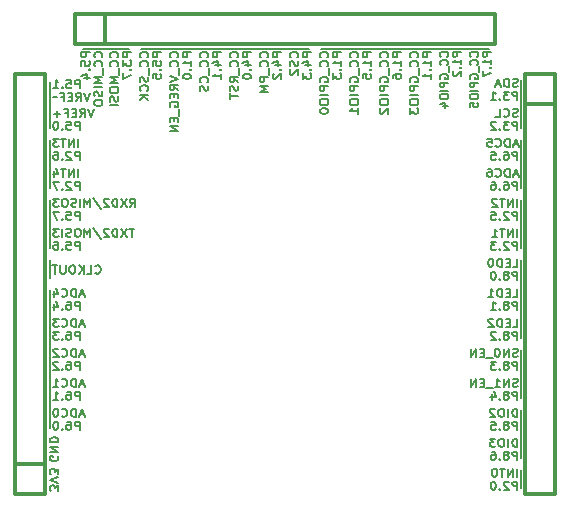
<source format=gbo>
G04 (created by PCBNEW (2013-mar-13)-testing) date Sun 04 Aug 2013 09:21:59 PM CEST*
%MOIN*%
G04 Gerber Fmt 3.4, Leading zero omitted, Abs format*
%FSLAX34Y34*%
G01*
G70*
G90*
G04 APERTURE LIST*
%ADD10C,0.005906*%
%ADD11C,0.005000*%
%ADD12C,0.006000*%
%ADD13C,0.011972*%
%ADD14C,0.116000*%
%ADD15C,0.156000*%
%ADD16R,0.075100X0.075100*%
%ADD17C,0.075100*%
G04 APERTURE END LIST*
G54D10*
G54D11*
X37242Y-22909D02*
X37200Y-22922D01*
X37128Y-22922D01*
X37100Y-22909D01*
X37085Y-22896D01*
X37071Y-22870D01*
X37071Y-22845D01*
X37085Y-22819D01*
X37100Y-22806D01*
X37128Y-22793D01*
X37185Y-22780D01*
X37214Y-22767D01*
X37228Y-22755D01*
X37242Y-22729D01*
X37242Y-22703D01*
X37228Y-22677D01*
X37214Y-22665D01*
X37185Y-22652D01*
X37114Y-22652D01*
X37071Y-22665D01*
X36942Y-22922D02*
X36942Y-22652D01*
X36871Y-22652D01*
X36828Y-22665D01*
X36800Y-22690D01*
X36785Y-22716D01*
X36771Y-22767D01*
X36771Y-22806D01*
X36785Y-22857D01*
X36800Y-22883D01*
X36828Y-22909D01*
X36871Y-22922D01*
X36942Y-22922D01*
X36657Y-22845D02*
X36514Y-22845D01*
X36685Y-22922D02*
X36585Y-22652D01*
X36485Y-22922D01*
X37228Y-23350D02*
X37228Y-23080D01*
X37114Y-23080D01*
X37085Y-23093D01*
X37071Y-23105D01*
X37057Y-23131D01*
X37057Y-23170D01*
X37071Y-23195D01*
X37085Y-23208D01*
X37114Y-23221D01*
X37228Y-23221D01*
X36957Y-23080D02*
X36771Y-23080D01*
X36871Y-23183D01*
X36828Y-23183D01*
X36800Y-23195D01*
X36785Y-23208D01*
X36771Y-23234D01*
X36771Y-23298D01*
X36785Y-23324D01*
X36800Y-23337D01*
X36828Y-23350D01*
X36914Y-23350D01*
X36942Y-23337D01*
X36957Y-23324D01*
X36642Y-23324D02*
X36628Y-23337D01*
X36642Y-23350D01*
X36657Y-23337D01*
X36642Y-23324D01*
X36642Y-23350D01*
X36342Y-23350D02*
X36514Y-23350D01*
X36428Y-23350D02*
X36428Y-23080D01*
X36457Y-23118D01*
X36485Y-23144D01*
X36514Y-23157D01*
X35896Y-21918D02*
X35909Y-21905D01*
X35922Y-21867D01*
X35922Y-21841D01*
X35909Y-21802D01*
X35883Y-21777D01*
X35857Y-21764D01*
X35806Y-21751D01*
X35767Y-21751D01*
X35716Y-21764D01*
X35690Y-21777D01*
X35665Y-21802D01*
X35652Y-21841D01*
X35652Y-21867D01*
X35665Y-21905D01*
X35677Y-21918D01*
X35896Y-22188D02*
X35909Y-22175D01*
X35922Y-22137D01*
X35922Y-22111D01*
X35909Y-22072D01*
X35883Y-22047D01*
X35857Y-22034D01*
X35806Y-22021D01*
X35767Y-22021D01*
X35716Y-22034D01*
X35690Y-22047D01*
X35665Y-22072D01*
X35652Y-22111D01*
X35652Y-22137D01*
X35665Y-22175D01*
X35677Y-22188D01*
X35947Y-22240D02*
X35947Y-22445D01*
X35665Y-22651D02*
X35652Y-22625D01*
X35652Y-22587D01*
X35665Y-22548D01*
X35690Y-22522D01*
X35716Y-22510D01*
X35767Y-22497D01*
X35806Y-22497D01*
X35857Y-22510D01*
X35883Y-22522D01*
X35909Y-22548D01*
X35922Y-22587D01*
X35922Y-22612D01*
X35909Y-22651D01*
X35896Y-22664D01*
X35806Y-22664D01*
X35806Y-22612D01*
X35922Y-22780D02*
X35652Y-22780D01*
X35652Y-22882D01*
X35665Y-22908D01*
X35677Y-22921D01*
X35703Y-22934D01*
X35742Y-22934D01*
X35767Y-22921D01*
X35780Y-22908D01*
X35793Y-22882D01*
X35793Y-22780D01*
X35922Y-23050D02*
X35652Y-23050D01*
X35652Y-23229D02*
X35652Y-23281D01*
X35665Y-23307D01*
X35690Y-23332D01*
X35742Y-23345D01*
X35832Y-23345D01*
X35883Y-23332D01*
X35909Y-23307D01*
X35922Y-23281D01*
X35922Y-23229D01*
X35909Y-23204D01*
X35883Y-23178D01*
X35832Y-23165D01*
X35742Y-23165D01*
X35690Y-23178D01*
X35665Y-23204D01*
X35652Y-23229D01*
X35652Y-23589D02*
X35652Y-23461D01*
X35780Y-23448D01*
X35767Y-23461D01*
X35755Y-23487D01*
X35755Y-23551D01*
X35767Y-23577D01*
X35780Y-23589D01*
X35806Y-23602D01*
X35870Y-23602D01*
X35896Y-23589D01*
X35909Y-23577D01*
X35922Y-23551D01*
X35922Y-23487D01*
X35909Y-23461D01*
X35896Y-23448D01*
X36350Y-21764D02*
X36080Y-21764D01*
X36080Y-21867D01*
X36093Y-21892D01*
X36105Y-21905D01*
X36131Y-21918D01*
X36170Y-21918D01*
X36195Y-21905D01*
X36208Y-21892D01*
X36221Y-21867D01*
X36221Y-21764D01*
X36350Y-22175D02*
X36350Y-22021D01*
X36350Y-22098D02*
X36080Y-22098D01*
X36118Y-22072D01*
X36144Y-22047D01*
X36157Y-22021D01*
X36324Y-22291D02*
X36337Y-22304D01*
X36350Y-22291D01*
X36337Y-22278D01*
X36324Y-22291D01*
X36350Y-22291D01*
X36080Y-22394D02*
X36080Y-22574D01*
X36350Y-22458D01*
X37242Y-23909D02*
X37200Y-23922D01*
X37128Y-23922D01*
X37100Y-23909D01*
X37085Y-23896D01*
X37071Y-23870D01*
X37071Y-23845D01*
X37085Y-23819D01*
X37100Y-23806D01*
X37128Y-23793D01*
X37185Y-23780D01*
X37214Y-23767D01*
X37228Y-23755D01*
X37242Y-23729D01*
X37242Y-23703D01*
X37228Y-23677D01*
X37214Y-23665D01*
X37185Y-23652D01*
X37114Y-23652D01*
X37071Y-23665D01*
X36771Y-23896D02*
X36785Y-23909D01*
X36828Y-23922D01*
X36857Y-23922D01*
X36900Y-23909D01*
X36928Y-23883D01*
X36942Y-23857D01*
X36957Y-23806D01*
X36957Y-23767D01*
X36942Y-23716D01*
X36928Y-23690D01*
X36900Y-23665D01*
X36857Y-23652D01*
X36828Y-23652D01*
X36785Y-23665D01*
X36771Y-23677D01*
X36500Y-23922D02*
X36642Y-23922D01*
X36642Y-23652D01*
X37228Y-24350D02*
X37228Y-24080D01*
X37114Y-24080D01*
X37085Y-24093D01*
X37071Y-24105D01*
X37057Y-24131D01*
X37057Y-24170D01*
X37071Y-24195D01*
X37085Y-24208D01*
X37114Y-24221D01*
X37228Y-24221D01*
X36957Y-24080D02*
X36771Y-24080D01*
X36871Y-24183D01*
X36828Y-24183D01*
X36800Y-24195D01*
X36785Y-24208D01*
X36771Y-24234D01*
X36771Y-24298D01*
X36785Y-24324D01*
X36800Y-24337D01*
X36828Y-24350D01*
X36914Y-24350D01*
X36942Y-24337D01*
X36957Y-24324D01*
X36642Y-24324D02*
X36628Y-24337D01*
X36642Y-24350D01*
X36657Y-24337D01*
X36642Y-24324D01*
X36642Y-24350D01*
X36514Y-24105D02*
X36500Y-24093D01*
X36471Y-24080D01*
X36400Y-24080D01*
X36371Y-24093D01*
X36357Y-24105D01*
X36342Y-24131D01*
X36342Y-24157D01*
X36357Y-24195D01*
X36528Y-24350D01*
X36342Y-24350D01*
X37242Y-24845D02*
X37100Y-24845D01*
X37271Y-24922D02*
X37171Y-24652D01*
X37071Y-24922D01*
X36971Y-24922D02*
X36971Y-24652D01*
X36900Y-24652D01*
X36857Y-24665D01*
X36828Y-24690D01*
X36814Y-24716D01*
X36800Y-24767D01*
X36800Y-24806D01*
X36814Y-24857D01*
X36828Y-24883D01*
X36857Y-24909D01*
X36900Y-24922D01*
X36971Y-24922D01*
X36500Y-24896D02*
X36514Y-24909D01*
X36557Y-24922D01*
X36585Y-24922D01*
X36628Y-24909D01*
X36657Y-24883D01*
X36671Y-24857D01*
X36685Y-24806D01*
X36685Y-24767D01*
X36671Y-24716D01*
X36657Y-24690D01*
X36628Y-24665D01*
X36585Y-24652D01*
X36557Y-24652D01*
X36514Y-24665D01*
X36500Y-24677D01*
X36228Y-24652D02*
X36371Y-24652D01*
X36385Y-24780D01*
X36371Y-24767D01*
X36342Y-24755D01*
X36271Y-24755D01*
X36242Y-24767D01*
X36228Y-24780D01*
X36214Y-24806D01*
X36214Y-24870D01*
X36228Y-24896D01*
X36242Y-24909D01*
X36271Y-24922D01*
X36342Y-24922D01*
X36371Y-24909D01*
X36385Y-24896D01*
X37228Y-25350D02*
X37228Y-25080D01*
X37114Y-25080D01*
X37085Y-25093D01*
X37071Y-25105D01*
X37057Y-25131D01*
X37057Y-25170D01*
X37071Y-25195D01*
X37085Y-25208D01*
X37114Y-25221D01*
X37228Y-25221D01*
X36800Y-25080D02*
X36857Y-25080D01*
X36885Y-25093D01*
X36900Y-25105D01*
X36928Y-25144D01*
X36942Y-25195D01*
X36942Y-25298D01*
X36928Y-25324D01*
X36914Y-25337D01*
X36885Y-25350D01*
X36828Y-25350D01*
X36800Y-25337D01*
X36785Y-25324D01*
X36771Y-25298D01*
X36771Y-25234D01*
X36785Y-25208D01*
X36800Y-25195D01*
X36828Y-25183D01*
X36885Y-25183D01*
X36914Y-25195D01*
X36928Y-25208D01*
X36942Y-25234D01*
X36642Y-25324D02*
X36628Y-25337D01*
X36642Y-25350D01*
X36657Y-25337D01*
X36642Y-25324D01*
X36642Y-25350D01*
X36357Y-25080D02*
X36500Y-25080D01*
X36514Y-25208D01*
X36500Y-25195D01*
X36471Y-25183D01*
X36400Y-25183D01*
X36371Y-25195D01*
X36357Y-25208D01*
X36342Y-25234D01*
X36342Y-25298D01*
X36357Y-25324D01*
X36371Y-25337D01*
X36400Y-25350D01*
X36471Y-25350D01*
X36500Y-25337D01*
X36514Y-25324D01*
X37228Y-26922D02*
X37228Y-26652D01*
X37085Y-26922D02*
X37085Y-26652D01*
X36914Y-26922D01*
X36914Y-26652D01*
X36814Y-26652D02*
X36642Y-26652D01*
X36728Y-26922D02*
X36728Y-26652D01*
X36557Y-26677D02*
X36542Y-26665D01*
X36514Y-26652D01*
X36442Y-26652D01*
X36414Y-26665D01*
X36400Y-26677D01*
X36385Y-26703D01*
X36385Y-26729D01*
X36400Y-26767D01*
X36571Y-26922D01*
X36385Y-26922D01*
X37228Y-27350D02*
X37228Y-27080D01*
X37114Y-27080D01*
X37085Y-27093D01*
X37071Y-27105D01*
X37057Y-27131D01*
X37057Y-27170D01*
X37071Y-27195D01*
X37085Y-27208D01*
X37114Y-27221D01*
X37228Y-27221D01*
X36942Y-27105D02*
X36928Y-27093D01*
X36900Y-27080D01*
X36828Y-27080D01*
X36800Y-27093D01*
X36785Y-27105D01*
X36771Y-27131D01*
X36771Y-27157D01*
X36785Y-27195D01*
X36957Y-27350D01*
X36771Y-27350D01*
X36642Y-27324D02*
X36628Y-27337D01*
X36642Y-27350D01*
X36657Y-27337D01*
X36642Y-27324D01*
X36642Y-27350D01*
X36357Y-27080D02*
X36500Y-27080D01*
X36514Y-27208D01*
X36500Y-27195D01*
X36471Y-27183D01*
X36400Y-27183D01*
X36371Y-27195D01*
X36357Y-27208D01*
X36342Y-27234D01*
X36342Y-27298D01*
X36357Y-27324D01*
X36371Y-27337D01*
X36400Y-27350D01*
X36471Y-27350D01*
X36500Y-27337D01*
X36514Y-27324D01*
X37228Y-27922D02*
X37228Y-27652D01*
X37085Y-27922D02*
X37085Y-27652D01*
X36914Y-27922D01*
X36914Y-27652D01*
X36814Y-27652D02*
X36642Y-27652D01*
X36728Y-27922D02*
X36728Y-27652D01*
X36385Y-27922D02*
X36557Y-27922D01*
X36471Y-27922D02*
X36471Y-27652D01*
X36500Y-27690D01*
X36528Y-27716D01*
X36557Y-27729D01*
X37228Y-28350D02*
X37228Y-28080D01*
X37114Y-28080D01*
X37085Y-28093D01*
X37071Y-28105D01*
X37057Y-28131D01*
X37057Y-28170D01*
X37071Y-28195D01*
X37085Y-28208D01*
X37114Y-28221D01*
X37228Y-28221D01*
X36942Y-28105D02*
X36928Y-28093D01*
X36900Y-28080D01*
X36828Y-28080D01*
X36800Y-28093D01*
X36785Y-28105D01*
X36771Y-28131D01*
X36771Y-28157D01*
X36785Y-28195D01*
X36957Y-28350D01*
X36771Y-28350D01*
X36642Y-28324D02*
X36628Y-28337D01*
X36642Y-28350D01*
X36657Y-28337D01*
X36642Y-28324D01*
X36642Y-28350D01*
X36528Y-28080D02*
X36342Y-28080D01*
X36442Y-28183D01*
X36400Y-28183D01*
X36371Y-28195D01*
X36357Y-28208D01*
X36342Y-28234D01*
X36342Y-28298D01*
X36357Y-28324D01*
X36371Y-28337D01*
X36400Y-28350D01*
X36485Y-28350D01*
X36514Y-28337D01*
X36528Y-28324D01*
X37085Y-28922D02*
X37228Y-28922D01*
X37228Y-28652D01*
X36985Y-28780D02*
X36885Y-28780D01*
X36842Y-28922D02*
X36985Y-28922D01*
X36985Y-28652D01*
X36842Y-28652D01*
X36714Y-28922D02*
X36714Y-28652D01*
X36642Y-28652D01*
X36600Y-28665D01*
X36571Y-28690D01*
X36557Y-28716D01*
X36542Y-28767D01*
X36542Y-28806D01*
X36557Y-28857D01*
X36571Y-28883D01*
X36600Y-28909D01*
X36642Y-28922D01*
X36714Y-28922D01*
X36357Y-28652D02*
X36328Y-28652D01*
X36300Y-28665D01*
X36285Y-28677D01*
X36271Y-28703D01*
X36257Y-28755D01*
X36257Y-28819D01*
X36271Y-28870D01*
X36285Y-28896D01*
X36300Y-28909D01*
X36328Y-28922D01*
X36357Y-28922D01*
X36385Y-28909D01*
X36400Y-28896D01*
X36414Y-28870D01*
X36428Y-28819D01*
X36428Y-28755D01*
X36414Y-28703D01*
X36400Y-28677D01*
X36385Y-28665D01*
X36357Y-28652D01*
X37228Y-29350D02*
X37228Y-29080D01*
X37114Y-29080D01*
X37085Y-29093D01*
X37071Y-29105D01*
X37057Y-29131D01*
X37057Y-29170D01*
X37071Y-29195D01*
X37085Y-29208D01*
X37114Y-29221D01*
X37228Y-29221D01*
X36885Y-29195D02*
X36914Y-29183D01*
X36928Y-29170D01*
X36942Y-29144D01*
X36942Y-29131D01*
X36928Y-29105D01*
X36914Y-29093D01*
X36885Y-29080D01*
X36828Y-29080D01*
X36800Y-29093D01*
X36785Y-29105D01*
X36771Y-29131D01*
X36771Y-29144D01*
X36785Y-29170D01*
X36800Y-29183D01*
X36828Y-29195D01*
X36885Y-29195D01*
X36914Y-29208D01*
X36928Y-29221D01*
X36942Y-29247D01*
X36942Y-29298D01*
X36928Y-29324D01*
X36914Y-29337D01*
X36885Y-29350D01*
X36828Y-29350D01*
X36800Y-29337D01*
X36785Y-29324D01*
X36771Y-29298D01*
X36771Y-29247D01*
X36785Y-29221D01*
X36800Y-29208D01*
X36828Y-29195D01*
X36642Y-29324D02*
X36628Y-29337D01*
X36642Y-29350D01*
X36657Y-29337D01*
X36642Y-29324D01*
X36642Y-29350D01*
X36442Y-29080D02*
X36414Y-29080D01*
X36385Y-29093D01*
X36371Y-29105D01*
X36357Y-29131D01*
X36342Y-29183D01*
X36342Y-29247D01*
X36357Y-29298D01*
X36371Y-29324D01*
X36385Y-29337D01*
X36414Y-29350D01*
X36442Y-29350D01*
X36471Y-29337D01*
X36485Y-29324D01*
X36500Y-29298D01*
X36514Y-29247D01*
X36514Y-29183D01*
X36500Y-29131D01*
X36485Y-29105D01*
X36471Y-29093D01*
X36442Y-29080D01*
X37085Y-29922D02*
X37228Y-29922D01*
X37228Y-29652D01*
X36985Y-29780D02*
X36885Y-29780D01*
X36842Y-29922D02*
X36985Y-29922D01*
X36985Y-29652D01*
X36842Y-29652D01*
X36714Y-29922D02*
X36714Y-29652D01*
X36642Y-29652D01*
X36600Y-29665D01*
X36571Y-29690D01*
X36557Y-29716D01*
X36542Y-29767D01*
X36542Y-29806D01*
X36557Y-29857D01*
X36571Y-29883D01*
X36600Y-29909D01*
X36642Y-29922D01*
X36714Y-29922D01*
X36257Y-29922D02*
X36428Y-29922D01*
X36342Y-29922D02*
X36342Y-29652D01*
X36371Y-29690D01*
X36400Y-29716D01*
X36428Y-29729D01*
X37228Y-30350D02*
X37228Y-30080D01*
X37114Y-30080D01*
X37085Y-30093D01*
X37071Y-30105D01*
X37057Y-30131D01*
X37057Y-30170D01*
X37071Y-30195D01*
X37085Y-30208D01*
X37114Y-30221D01*
X37228Y-30221D01*
X36885Y-30195D02*
X36914Y-30183D01*
X36928Y-30170D01*
X36942Y-30144D01*
X36942Y-30131D01*
X36928Y-30105D01*
X36914Y-30093D01*
X36885Y-30080D01*
X36828Y-30080D01*
X36800Y-30093D01*
X36785Y-30105D01*
X36771Y-30131D01*
X36771Y-30144D01*
X36785Y-30170D01*
X36800Y-30183D01*
X36828Y-30195D01*
X36885Y-30195D01*
X36914Y-30208D01*
X36928Y-30221D01*
X36942Y-30247D01*
X36942Y-30298D01*
X36928Y-30324D01*
X36914Y-30337D01*
X36885Y-30350D01*
X36828Y-30350D01*
X36800Y-30337D01*
X36785Y-30324D01*
X36771Y-30298D01*
X36771Y-30247D01*
X36785Y-30221D01*
X36800Y-30208D01*
X36828Y-30195D01*
X36642Y-30324D02*
X36628Y-30337D01*
X36642Y-30350D01*
X36657Y-30337D01*
X36642Y-30324D01*
X36642Y-30350D01*
X36342Y-30350D02*
X36514Y-30350D01*
X36428Y-30350D02*
X36428Y-30080D01*
X36457Y-30118D01*
X36485Y-30144D01*
X36514Y-30157D01*
X37085Y-30922D02*
X37228Y-30922D01*
X37228Y-30652D01*
X36985Y-30780D02*
X36885Y-30780D01*
X36842Y-30922D02*
X36985Y-30922D01*
X36985Y-30652D01*
X36842Y-30652D01*
X36714Y-30922D02*
X36714Y-30652D01*
X36642Y-30652D01*
X36600Y-30665D01*
X36571Y-30690D01*
X36557Y-30716D01*
X36542Y-30767D01*
X36542Y-30806D01*
X36557Y-30857D01*
X36571Y-30883D01*
X36600Y-30909D01*
X36642Y-30922D01*
X36714Y-30922D01*
X36428Y-30677D02*
X36414Y-30665D01*
X36385Y-30652D01*
X36314Y-30652D01*
X36285Y-30665D01*
X36271Y-30677D01*
X36257Y-30703D01*
X36257Y-30729D01*
X36271Y-30767D01*
X36442Y-30922D01*
X36257Y-30922D01*
X37228Y-31350D02*
X37228Y-31080D01*
X37114Y-31080D01*
X37085Y-31093D01*
X37071Y-31105D01*
X37057Y-31131D01*
X37057Y-31170D01*
X37071Y-31195D01*
X37085Y-31208D01*
X37114Y-31221D01*
X37228Y-31221D01*
X36885Y-31195D02*
X36914Y-31183D01*
X36928Y-31170D01*
X36942Y-31144D01*
X36942Y-31131D01*
X36928Y-31105D01*
X36914Y-31093D01*
X36885Y-31080D01*
X36828Y-31080D01*
X36800Y-31093D01*
X36785Y-31105D01*
X36771Y-31131D01*
X36771Y-31144D01*
X36785Y-31170D01*
X36800Y-31183D01*
X36828Y-31195D01*
X36885Y-31195D01*
X36914Y-31208D01*
X36928Y-31221D01*
X36942Y-31247D01*
X36942Y-31298D01*
X36928Y-31324D01*
X36914Y-31337D01*
X36885Y-31350D01*
X36828Y-31350D01*
X36800Y-31337D01*
X36785Y-31324D01*
X36771Y-31298D01*
X36771Y-31247D01*
X36785Y-31221D01*
X36800Y-31208D01*
X36828Y-31195D01*
X36642Y-31324D02*
X36628Y-31337D01*
X36642Y-31350D01*
X36657Y-31337D01*
X36642Y-31324D01*
X36642Y-31350D01*
X36514Y-31105D02*
X36500Y-31093D01*
X36471Y-31080D01*
X36400Y-31080D01*
X36371Y-31093D01*
X36357Y-31105D01*
X36342Y-31131D01*
X36342Y-31157D01*
X36357Y-31195D01*
X36528Y-31350D01*
X36342Y-31350D01*
X37242Y-31909D02*
X37200Y-31922D01*
X37128Y-31922D01*
X37100Y-31909D01*
X37085Y-31896D01*
X37071Y-31870D01*
X37071Y-31845D01*
X37085Y-31819D01*
X37100Y-31806D01*
X37128Y-31793D01*
X37185Y-31780D01*
X37214Y-31767D01*
X37228Y-31755D01*
X37242Y-31729D01*
X37242Y-31703D01*
X37228Y-31677D01*
X37214Y-31665D01*
X37185Y-31652D01*
X37114Y-31652D01*
X37071Y-31665D01*
X36942Y-31922D02*
X36942Y-31652D01*
X36771Y-31922D01*
X36771Y-31652D01*
X36571Y-31652D02*
X36542Y-31652D01*
X36514Y-31665D01*
X36500Y-31677D01*
X36485Y-31703D01*
X36471Y-31755D01*
X36471Y-31819D01*
X36485Y-31870D01*
X36500Y-31896D01*
X36514Y-31909D01*
X36542Y-31922D01*
X36571Y-31922D01*
X36600Y-31909D01*
X36614Y-31896D01*
X36628Y-31870D01*
X36642Y-31819D01*
X36642Y-31755D01*
X36628Y-31703D01*
X36614Y-31677D01*
X36600Y-31665D01*
X36571Y-31652D01*
X36414Y-31947D02*
X36185Y-31947D01*
X36114Y-31780D02*
X36014Y-31780D01*
X35971Y-31922D02*
X36114Y-31922D01*
X36114Y-31652D01*
X35971Y-31652D01*
X35842Y-31922D02*
X35842Y-31652D01*
X35671Y-31922D01*
X35671Y-31652D01*
X37228Y-32350D02*
X37228Y-32080D01*
X37114Y-32080D01*
X37085Y-32093D01*
X37071Y-32105D01*
X37057Y-32131D01*
X37057Y-32170D01*
X37071Y-32195D01*
X37085Y-32208D01*
X37114Y-32221D01*
X37228Y-32221D01*
X36885Y-32195D02*
X36914Y-32183D01*
X36928Y-32170D01*
X36942Y-32144D01*
X36942Y-32131D01*
X36928Y-32105D01*
X36914Y-32093D01*
X36885Y-32080D01*
X36828Y-32080D01*
X36800Y-32093D01*
X36785Y-32105D01*
X36771Y-32131D01*
X36771Y-32144D01*
X36785Y-32170D01*
X36800Y-32183D01*
X36828Y-32195D01*
X36885Y-32195D01*
X36914Y-32208D01*
X36928Y-32221D01*
X36942Y-32247D01*
X36942Y-32298D01*
X36928Y-32324D01*
X36914Y-32337D01*
X36885Y-32350D01*
X36828Y-32350D01*
X36800Y-32337D01*
X36785Y-32324D01*
X36771Y-32298D01*
X36771Y-32247D01*
X36785Y-32221D01*
X36800Y-32208D01*
X36828Y-32195D01*
X36642Y-32324D02*
X36628Y-32337D01*
X36642Y-32350D01*
X36657Y-32337D01*
X36642Y-32324D01*
X36642Y-32350D01*
X36528Y-32080D02*
X36342Y-32080D01*
X36442Y-32183D01*
X36400Y-32183D01*
X36371Y-32195D01*
X36357Y-32208D01*
X36342Y-32234D01*
X36342Y-32298D01*
X36357Y-32324D01*
X36371Y-32337D01*
X36400Y-32350D01*
X36485Y-32350D01*
X36514Y-32337D01*
X36528Y-32324D01*
X37242Y-32909D02*
X37200Y-32922D01*
X37128Y-32922D01*
X37100Y-32909D01*
X37085Y-32896D01*
X37071Y-32870D01*
X37071Y-32845D01*
X37085Y-32819D01*
X37100Y-32806D01*
X37128Y-32793D01*
X37185Y-32780D01*
X37214Y-32767D01*
X37228Y-32755D01*
X37242Y-32729D01*
X37242Y-32703D01*
X37228Y-32677D01*
X37214Y-32665D01*
X37185Y-32652D01*
X37114Y-32652D01*
X37071Y-32665D01*
X36942Y-32922D02*
X36942Y-32652D01*
X36771Y-32922D01*
X36771Y-32652D01*
X36471Y-32922D02*
X36642Y-32922D01*
X36557Y-32922D02*
X36557Y-32652D01*
X36585Y-32690D01*
X36614Y-32716D01*
X36642Y-32729D01*
X36414Y-32947D02*
X36185Y-32947D01*
X36114Y-32780D02*
X36014Y-32780D01*
X35971Y-32922D02*
X36114Y-32922D01*
X36114Y-32652D01*
X35971Y-32652D01*
X35842Y-32922D02*
X35842Y-32652D01*
X35671Y-32922D01*
X35671Y-32652D01*
X37228Y-33350D02*
X37228Y-33080D01*
X37114Y-33080D01*
X37085Y-33093D01*
X37071Y-33105D01*
X37057Y-33131D01*
X37057Y-33170D01*
X37071Y-33195D01*
X37085Y-33208D01*
X37114Y-33221D01*
X37228Y-33221D01*
X36885Y-33195D02*
X36914Y-33183D01*
X36928Y-33170D01*
X36942Y-33144D01*
X36942Y-33131D01*
X36928Y-33105D01*
X36914Y-33093D01*
X36885Y-33080D01*
X36828Y-33080D01*
X36800Y-33093D01*
X36785Y-33105D01*
X36771Y-33131D01*
X36771Y-33144D01*
X36785Y-33170D01*
X36800Y-33183D01*
X36828Y-33195D01*
X36885Y-33195D01*
X36914Y-33208D01*
X36928Y-33221D01*
X36942Y-33247D01*
X36942Y-33298D01*
X36928Y-33324D01*
X36914Y-33337D01*
X36885Y-33350D01*
X36828Y-33350D01*
X36800Y-33337D01*
X36785Y-33324D01*
X36771Y-33298D01*
X36771Y-33247D01*
X36785Y-33221D01*
X36800Y-33208D01*
X36828Y-33195D01*
X36642Y-33324D02*
X36628Y-33337D01*
X36642Y-33350D01*
X36657Y-33337D01*
X36642Y-33324D01*
X36642Y-33350D01*
X36371Y-33170D02*
X36371Y-33350D01*
X36442Y-33067D02*
X36514Y-33260D01*
X36328Y-33260D01*
X37228Y-33922D02*
X37228Y-33652D01*
X37157Y-33652D01*
X37114Y-33665D01*
X37085Y-33690D01*
X37071Y-33716D01*
X37057Y-33767D01*
X37057Y-33806D01*
X37071Y-33857D01*
X37085Y-33883D01*
X37114Y-33909D01*
X37157Y-33922D01*
X37228Y-33922D01*
X36928Y-33922D02*
X36928Y-33652D01*
X36728Y-33652D02*
X36671Y-33652D01*
X36642Y-33665D01*
X36614Y-33690D01*
X36600Y-33742D01*
X36600Y-33832D01*
X36614Y-33883D01*
X36642Y-33909D01*
X36671Y-33922D01*
X36728Y-33922D01*
X36757Y-33909D01*
X36785Y-33883D01*
X36800Y-33832D01*
X36800Y-33742D01*
X36785Y-33690D01*
X36757Y-33665D01*
X36728Y-33652D01*
X36485Y-33677D02*
X36471Y-33665D01*
X36442Y-33652D01*
X36371Y-33652D01*
X36342Y-33665D01*
X36328Y-33677D01*
X36314Y-33703D01*
X36314Y-33729D01*
X36328Y-33767D01*
X36500Y-33922D01*
X36314Y-33922D01*
X37228Y-34350D02*
X37228Y-34080D01*
X37114Y-34080D01*
X37085Y-34093D01*
X37071Y-34105D01*
X37057Y-34131D01*
X37057Y-34170D01*
X37071Y-34195D01*
X37085Y-34208D01*
X37114Y-34221D01*
X37228Y-34221D01*
X36885Y-34195D02*
X36914Y-34183D01*
X36928Y-34170D01*
X36942Y-34144D01*
X36942Y-34131D01*
X36928Y-34105D01*
X36914Y-34093D01*
X36885Y-34080D01*
X36828Y-34080D01*
X36800Y-34093D01*
X36785Y-34105D01*
X36771Y-34131D01*
X36771Y-34144D01*
X36785Y-34170D01*
X36800Y-34183D01*
X36828Y-34195D01*
X36885Y-34195D01*
X36914Y-34208D01*
X36928Y-34221D01*
X36942Y-34247D01*
X36942Y-34298D01*
X36928Y-34324D01*
X36914Y-34337D01*
X36885Y-34350D01*
X36828Y-34350D01*
X36800Y-34337D01*
X36785Y-34324D01*
X36771Y-34298D01*
X36771Y-34247D01*
X36785Y-34221D01*
X36800Y-34208D01*
X36828Y-34195D01*
X36642Y-34324D02*
X36628Y-34337D01*
X36642Y-34350D01*
X36657Y-34337D01*
X36642Y-34324D01*
X36642Y-34350D01*
X36357Y-34080D02*
X36500Y-34080D01*
X36514Y-34208D01*
X36500Y-34195D01*
X36471Y-34183D01*
X36400Y-34183D01*
X36371Y-34195D01*
X36357Y-34208D01*
X36342Y-34234D01*
X36342Y-34298D01*
X36357Y-34324D01*
X36371Y-34337D01*
X36400Y-34350D01*
X36471Y-34350D01*
X36500Y-34337D01*
X36514Y-34324D01*
X37228Y-34922D02*
X37228Y-34652D01*
X37157Y-34652D01*
X37114Y-34665D01*
X37085Y-34690D01*
X37071Y-34716D01*
X37057Y-34767D01*
X37057Y-34806D01*
X37071Y-34857D01*
X37085Y-34883D01*
X37114Y-34909D01*
X37157Y-34922D01*
X37228Y-34922D01*
X36928Y-34922D02*
X36928Y-34652D01*
X36728Y-34652D02*
X36671Y-34652D01*
X36642Y-34665D01*
X36614Y-34690D01*
X36600Y-34742D01*
X36600Y-34832D01*
X36614Y-34883D01*
X36642Y-34909D01*
X36671Y-34922D01*
X36728Y-34922D01*
X36757Y-34909D01*
X36785Y-34883D01*
X36800Y-34832D01*
X36800Y-34742D01*
X36785Y-34690D01*
X36757Y-34665D01*
X36728Y-34652D01*
X36500Y-34652D02*
X36314Y-34652D01*
X36414Y-34755D01*
X36371Y-34755D01*
X36342Y-34767D01*
X36328Y-34780D01*
X36314Y-34806D01*
X36314Y-34870D01*
X36328Y-34896D01*
X36342Y-34909D01*
X36371Y-34922D01*
X36457Y-34922D01*
X36485Y-34909D01*
X36500Y-34896D01*
X37228Y-35350D02*
X37228Y-35080D01*
X37114Y-35080D01*
X37085Y-35093D01*
X37071Y-35105D01*
X37057Y-35131D01*
X37057Y-35170D01*
X37071Y-35195D01*
X37085Y-35208D01*
X37114Y-35221D01*
X37228Y-35221D01*
X36885Y-35195D02*
X36914Y-35183D01*
X36928Y-35170D01*
X36942Y-35144D01*
X36942Y-35131D01*
X36928Y-35105D01*
X36914Y-35093D01*
X36885Y-35080D01*
X36828Y-35080D01*
X36800Y-35093D01*
X36785Y-35105D01*
X36771Y-35131D01*
X36771Y-35144D01*
X36785Y-35170D01*
X36800Y-35183D01*
X36828Y-35195D01*
X36885Y-35195D01*
X36914Y-35208D01*
X36928Y-35221D01*
X36942Y-35247D01*
X36942Y-35298D01*
X36928Y-35324D01*
X36914Y-35337D01*
X36885Y-35350D01*
X36828Y-35350D01*
X36800Y-35337D01*
X36785Y-35324D01*
X36771Y-35298D01*
X36771Y-35247D01*
X36785Y-35221D01*
X36800Y-35208D01*
X36828Y-35195D01*
X36642Y-35324D02*
X36628Y-35337D01*
X36642Y-35350D01*
X36657Y-35337D01*
X36642Y-35324D01*
X36642Y-35350D01*
X36371Y-35080D02*
X36428Y-35080D01*
X36457Y-35093D01*
X36471Y-35105D01*
X36500Y-35144D01*
X36514Y-35195D01*
X36514Y-35298D01*
X36500Y-35324D01*
X36485Y-35337D01*
X36457Y-35350D01*
X36400Y-35350D01*
X36371Y-35337D01*
X36357Y-35324D01*
X36342Y-35298D01*
X36342Y-35234D01*
X36357Y-35208D01*
X36371Y-35195D01*
X36400Y-35183D01*
X36457Y-35183D01*
X36485Y-35195D01*
X36500Y-35208D01*
X36514Y-35234D01*
X37228Y-35922D02*
X37228Y-35652D01*
X37085Y-35922D02*
X37085Y-35652D01*
X36914Y-35922D01*
X36914Y-35652D01*
X36814Y-35652D02*
X36642Y-35652D01*
X36728Y-35922D02*
X36728Y-35652D01*
X36485Y-35652D02*
X36457Y-35652D01*
X36428Y-35665D01*
X36414Y-35677D01*
X36400Y-35703D01*
X36385Y-35755D01*
X36385Y-35819D01*
X36400Y-35870D01*
X36414Y-35896D01*
X36428Y-35909D01*
X36457Y-35922D01*
X36485Y-35922D01*
X36514Y-35909D01*
X36528Y-35896D01*
X36542Y-35870D01*
X36557Y-35819D01*
X36557Y-35755D01*
X36542Y-35703D01*
X36528Y-35677D01*
X36514Y-35665D01*
X36485Y-35652D01*
X37228Y-36350D02*
X37228Y-36080D01*
X37114Y-36080D01*
X37085Y-36093D01*
X37071Y-36105D01*
X37057Y-36131D01*
X37057Y-36170D01*
X37071Y-36195D01*
X37085Y-36208D01*
X37114Y-36221D01*
X37228Y-36221D01*
X36942Y-36105D02*
X36928Y-36093D01*
X36900Y-36080D01*
X36828Y-36080D01*
X36800Y-36093D01*
X36785Y-36105D01*
X36771Y-36131D01*
X36771Y-36157D01*
X36785Y-36195D01*
X36957Y-36350D01*
X36771Y-36350D01*
X36642Y-36324D02*
X36628Y-36337D01*
X36642Y-36350D01*
X36657Y-36337D01*
X36642Y-36324D01*
X36642Y-36350D01*
X36442Y-36080D02*
X36414Y-36080D01*
X36385Y-36093D01*
X36371Y-36105D01*
X36357Y-36131D01*
X36342Y-36183D01*
X36342Y-36247D01*
X36357Y-36298D01*
X36371Y-36324D01*
X36385Y-36337D01*
X36414Y-36350D01*
X36442Y-36350D01*
X36471Y-36337D01*
X36485Y-36324D01*
X36500Y-36298D01*
X36514Y-36247D01*
X36514Y-36183D01*
X36500Y-36131D01*
X36485Y-36105D01*
X36471Y-36093D01*
X36442Y-36080D01*
X37242Y-25845D02*
X37100Y-25845D01*
X37271Y-25922D02*
X37171Y-25652D01*
X37071Y-25922D01*
X36971Y-25922D02*
X36971Y-25652D01*
X36900Y-25652D01*
X36857Y-25665D01*
X36828Y-25690D01*
X36814Y-25716D01*
X36800Y-25767D01*
X36800Y-25806D01*
X36814Y-25857D01*
X36828Y-25883D01*
X36857Y-25909D01*
X36900Y-25922D01*
X36971Y-25922D01*
X36500Y-25896D02*
X36514Y-25909D01*
X36557Y-25922D01*
X36585Y-25922D01*
X36628Y-25909D01*
X36657Y-25883D01*
X36671Y-25857D01*
X36685Y-25806D01*
X36685Y-25767D01*
X36671Y-25716D01*
X36657Y-25690D01*
X36628Y-25665D01*
X36585Y-25652D01*
X36557Y-25652D01*
X36514Y-25665D01*
X36500Y-25677D01*
X36242Y-25652D02*
X36300Y-25652D01*
X36328Y-25665D01*
X36342Y-25677D01*
X36371Y-25716D01*
X36385Y-25767D01*
X36385Y-25870D01*
X36371Y-25896D01*
X36357Y-25909D01*
X36328Y-25922D01*
X36271Y-25922D01*
X36242Y-25909D01*
X36228Y-25896D01*
X36214Y-25870D01*
X36214Y-25806D01*
X36228Y-25780D01*
X36242Y-25767D01*
X36271Y-25755D01*
X36328Y-25755D01*
X36357Y-25767D01*
X36371Y-25780D01*
X36385Y-25806D01*
X37228Y-26350D02*
X37228Y-26080D01*
X37114Y-26080D01*
X37085Y-26093D01*
X37071Y-26105D01*
X37057Y-26131D01*
X37057Y-26170D01*
X37071Y-26195D01*
X37085Y-26208D01*
X37114Y-26221D01*
X37228Y-26221D01*
X36800Y-26080D02*
X36857Y-26080D01*
X36885Y-26093D01*
X36900Y-26105D01*
X36928Y-26144D01*
X36942Y-26195D01*
X36942Y-26298D01*
X36928Y-26324D01*
X36914Y-26337D01*
X36885Y-26350D01*
X36828Y-26350D01*
X36800Y-26337D01*
X36785Y-26324D01*
X36771Y-26298D01*
X36771Y-26234D01*
X36785Y-26208D01*
X36800Y-26195D01*
X36828Y-26183D01*
X36885Y-26183D01*
X36914Y-26195D01*
X36928Y-26208D01*
X36942Y-26234D01*
X36642Y-26324D02*
X36628Y-26337D01*
X36642Y-26350D01*
X36657Y-26337D01*
X36642Y-26324D01*
X36642Y-26350D01*
X36371Y-26080D02*
X36428Y-26080D01*
X36457Y-26093D01*
X36471Y-26105D01*
X36500Y-26144D01*
X36514Y-26195D01*
X36514Y-26298D01*
X36500Y-26324D01*
X36485Y-26337D01*
X36457Y-26350D01*
X36400Y-26350D01*
X36371Y-26337D01*
X36357Y-26324D01*
X36342Y-26298D01*
X36342Y-26234D01*
X36357Y-26208D01*
X36371Y-26195D01*
X36400Y-26183D01*
X36457Y-26183D01*
X36485Y-26195D01*
X36500Y-26208D01*
X36514Y-26234D01*
G54D12*
X37350Y-22700D02*
X37350Y-24300D01*
G54D11*
X34896Y-21918D02*
X34909Y-21905D01*
X34922Y-21867D01*
X34922Y-21841D01*
X34909Y-21802D01*
X34883Y-21777D01*
X34857Y-21764D01*
X34806Y-21751D01*
X34767Y-21751D01*
X34716Y-21764D01*
X34690Y-21777D01*
X34665Y-21802D01*
X34652Y-21841D01*
X34652Y-21867D01*
X34665Y-21905D01*
X34677Y-21918D01*
X34896Y-22188D02*
X34909Y-22175D01*
X34922Y-22137D01*
X34922Y-22111D01*
X34909Y-22072D01*
X34883Y-22047D01*
X34857Y-22034D01*
X34806Y-22021D01*
X34767Y-22021D01*
X34716Y-22034D01*
X34690Y-22047D01*
X34665Y-22072D01*
X34652Y-22111D01*
X34652Y-22137D01*
X34665Y-22175D01*
X34677Y-22188D01*
X34947Y-22240D02*
X34947Y-22445D01*
X34665Y-22651D02*
X34652Y-22625D01*
X34652Y-22587D01*
X34665Y-22548D01*
X34690Y-22522D01*
X34716Y-22510D01*
X34767Y-22497D01*
X34806Y-22497D01*
X34857Y-22510D01*
X34883Y-22522D01*
X34909Y-22548D01*
X34922Y-22587D01*
X34922Y-22612D01*
X34909Y-22651D01*
X34896Y-22664D01*
X34806Y-22664D01*
X34806Y-22612D01*
X34922Y-22780D02*
X34652Y-22780D01*
X34652Y-22882D01*
X34665Y-22908D01*
X34677Y-22921D01*
X34703Y-22934D01*
X34742Y-22934D01*
X34767Y-22921D01*
X34780Y-22908D01*
X34793Y-22882D01*
X34793Y-22780D01*
X34922Y-23050D02*
X34652Y-23050D01*
X34652Y-23229D02*
X34652Y-23281D01*
X34665Y-23307D01*
X34690Y-23332D01*
X34742Y-23345D01*
X34832Y-23345D01*
X34883Y-23332D01*
X34909Y-23307D01*
X34922Y-23281D01*
X34922Y-23229D01*
X34909Y-23204D01*
X34883Y-23178D01*
X34832Y-23165D01*
X34742Y-23165D01*
X34690Y-23178D01*
X34665Y-23204D01*
X34652Y-23229D01*
X34742Y-23577D02*
X34922Y-23577D01*
X34639Y-23512D02*
X34832Y-23448D01*
X34832Y-23615D01*
X35350Y-21764D02*
X35080Y-21764D01*
X35080Y-21867D01*
X35093Y-21892D01*
X35105Y-21905D01*
X35131Y-21918D01*
X35170Y-21918D01*
X35195Y-21905D01*
X35208Y-21892D01*
X35221Y-21867D01*
X35221Y-21764D01*
X35350Y-22175D02*
X35350Y-22021D01*
X35350Y-22098D02*
X35080Y-22098D01*
X35118Y-22072D01*
X35144Y-22047D01*
X35157Y-22021D01*
X35324Y-22291D02*
X35337Y-22304D01*
X35350Y-22291D01*
X35337Y-22278D01*
X35324Y-22291D01*
X35350Y-22291D01*
X35105Y-22407D02*
X35093Y-22420D01*
X35080Y-22445D01*
X35080Y-22510D01*
X35093Y-22535D01*
X35105Y-22548D01*
X35131Y-22561D01*
X35157Y-22561D01*
X35195Y-22548D01*
X35350Y-22394D01*
X35350Y-22561D01*
G54D12*
X37350Y-24700D02*
X37350Y-26300D01*
X37350Y-26700D02*
X37350Y-28300D01*
X37350Y-28700D02*
X37350Y-31300D01*
X37350Y-31700D02*
X37350Y-33300D01*
X37350Y-33700D02*
X37350Y-35300D01*
X37350Y-35700D02*
X37350Y-36300D01*
G54D11*
X25896Y-21942D02*
X25909Y-21928D01*
X25922Y-21885D01*
X25922Y-21857D01*
X25909Y-21814D01*
X25883Y-21785D01*
X25857Y-21771D01*
X25806Y-21757D01*
X25767Y-21757D01*
X25716Y-21771D01*
X25690Y-21785D01*
X25665Y-21814D01*
X25652Y-21857D01*
X25652Y-21885D01*
X25665Y-21928D01*
X25677Y-21942D01*
X25896Y-22242D02*
X25909Y-22228D01*
X25922Y-22185D01*
X25922Y-22157D01*
X25909Y-22114D01*
X25883Y-22085D01*
X25857Y-22071D01*
X25806Y-22057D01*
X25767Y-22057D01*
X25716Y-22071D01*
X25690Y-22085D01*
X25665Y-22114D01*
X25652Y-22157D01*
X25652Y-22185D01*
X25665Y-22228D01*
X25677Y-22242D01*
X25947Y-22300D02*
X25947Y-22528D01*
X25652Y-22557D02*
X25922Y-22657D01*
X25652Y-22757D01*
X25922Y-23028D02*
X25793Y-22928D01*
X25922Y-22857D02*
X25652Y-22857D01*
X25652Y-22971D01*
X25665Y-23000D01*
X25677Y-23014D01*
X25703Y-23028D01*
X25742Y-23028D01*
X25767Y-23014D01*
X25780Y-23000D01*
X25793Y-22971D01*
X25793Y-22857D01*
X25780Y-23157D02*
X25780Y-23257D01*
X25922Y-23300D02*
X25922Y-23157D01*
X25652Y-23157D01*
X25652Y-23300D01*
X25665Y-23585D02*
X25652Y-23557D01*
X25652Y-23514D01*
X25665Y-23471D01*
X25690Y-23442D01*
X25716Y-23428D01*
X25767Y-23414D01*
X25806Y-23414D01*
X25857Y-23428D01*
X25883Y-23442D01*
X25909Y-23471D01*
X25922Y-23514D01*
X25922Y-23542D01*
X25909Y-23585D01*
X25896Y-23600D01*
X25806Y-23600D01*
X25806Y-23542D01*
X25947Y-23657D02*
X25947Y-23885D01*
X25780Y-23957D02*
X25780Y-24057D01*
X25922Y-24100D02*
X25922Y-23957D01*
X25652Y-23957D01*
X25652Y-24100D01*
X25922Y-24228D02*
X25652Y-24228D01*
X25922Y-24400D01*
X25652Y-24400D01*
X26350Y-21771D02*
X26080Y-21771D01*
X26080Y-21885D01*
X26093Y-21914D01*
X26105Y-21928D01*
X26131Y-21942D01*
X26170Y-21942D01*
X26195Y-21928D01*
X26208Y-21914D01*
X26221Y-21885D01*
X26221Y-21771D01*
X26350Y-22228D02*
X26350Y-22057D01*
X26350Y-22142D02*
X26080Y-22142D01*
X26118Y-22114D01*
X26144Y-22085D01*
X26157Y-22057D01*
X26324Y-22357D02*
X26337Y-22371D01*
X26350Y-22357D01*
X26337Y-22342D01*
X26324Y-22357D01*
X26350Y-22357D01*
X26080Y-22557D02*
X26080Y-22585D01*
X26093Y-22614D01*
X26105Y-22628D01*
X26131Y-22642D01*
X26183Y-22657D01*
X26247Y-22657D01*
X26298Y-22642D01*
X26324Y-22628D01*
X26337Y-22614D01*
X26350Y-22585D01*
X26350Y-22557D01*
X26337Y-22528D01*
X26324Y-22514D01*
X26298Y-22500D01*
X26247Y-22485D01*
X26183Y-22485D01*
X26131Y-22500D01*
X26105Y-22514D01*
X26093Y-22528D01*
X26080Y-22557D01*
X33896Y-21942D02*
X33909Y-21928D01*
X33922Y-21885D01*
X33922Y-21857D01*
X33909Y-21814D01*
X33883Y-21785D01*
X33857Y-21771D01*
X33806Y-21757D01*
X33767Y-21757D01*
X33716Y-21771D01*
X33690Y-21785D01*
X33665Y-21814D01*
X33652Y-21857D01*
X33652Y-21885D01*
X33665Y-21928D01*
X33677Y-21942D01*
X33896Y-22242D02*
X33909Y-22228D01*
X33922Y-22185D01*
X33922Y-22157D01*
X33909Y-22114D01*
X33883Y-22085D01*
X33857Y-22071D01*
X33806Y-22057D01*
X33767Y-22057D01*
X33716Y-22071D01*
X33690Y-22085D01*
X33665Y-22114D01*
X33652Y-22157D01*
X33652Y-22185D01*
X33665Y-22228D01*
X33677Y-22242D01*
X33947Y-22300D02*
X33947Y-22528D01*
X33665Y-22757D02*
X33652Y-22728D01*
X33652Y-22685D01*
X33665Y-22642D01*
X33690Y-22614D01*
X33716Y-22600D01*
X33767Y-22585D01*
X33806Y-22585D01*
X33857Y-22600D01*
X33883Y-22614D01*
X33909Y-22642D01*
X33922Y-22685D01*
X33922Y-22714D01*
X33909Y-22757D01*
X33896Y-22771D01*
X33806Y-22771D01*
X33806Y-22714D01*
X33922Y-22900D02*
X33652Y-22900D01*
X33652Y-23014D01*
X33665Y-23042D01*
X33677Y-23057D01*
X33703Y-23071D01*
X33742Y-23071D01*
X33767Y-23057D01*
X33780Y-23042D01*
X33793Y-23014D01*
X33793Y-22900D01*
X33922Y-23200D02*
X33652Y-23200D01*
X33652Y-23399D02*
X33652Y-23457D01*
X33665Y-23485D01*
X33690Y-23514D01*
X33742Y-23528D01*
X33832Y-23528D01*
X33883Y-23514D01*
X33909Y-23485D01*
X33922Y-23457D01*
X33922Y-23399D01*
X33909Y-23371D01*
X33883Y-23342D01*
X33832Y-23328D01*
X33742Y-23328D01*
X33690Y-23342D01*
X33665Y-23371D01*
X33652Y-23399D01*
X33652Y-23628D02*
X33652Y-23814D01*
X33755Y-23714D01*
X33755Y-23757D01*
X33767Y-23785D01*
X33780Y-23800D01*
X33806Y-23814D01*
X33870Y-23814D01*
X33896Y-23800D01*
X33909Y-23785D01*
X33922Y-23757D01*
X33922Y-23671D01*
X33909Y-23642D01*
X33896Y-23628D01*
X34350Y-21771D02*
X34080Y-21771D01*
X34080Y-21885D01*
X34093Y-21914D01*
X34105Y-21928D01*
X34131Y-21942D01*
X34170Y-21942D01*
X34195Y-21928D01*
X34208Y-21914D01*
X34221Y-21885D01*
X34221Y-21771D01*
X34350Y-22228D02*
X34350Y-22057D01*
X34350Y-22142D02*
X34080Y-22142D01*
X34118Y-22114D01*
X34144Y-22085D01*
X34157Y-22057D01*
X34324Y-22357D02*
X34337Y-22371D01*
X34350Y-22357D01*
X34337Y-22342D01*
X34324Y-22357D01*
X34350Y-22357D01*
X34350Y-22657D02*
X34350Y-22485D01*
X34350Y-22571D02*
X34080Y-22571D01*
X34118Y-22542D01*
X34144Y-22514D01*
X34157Y-22485D01*
X32896Y-21942D02*
X32909Y-21928D01*
X32922Y-21885D01*
X32922Y-21857D01*
X32909Y-21814D01*
X32883Y-21785D01*
X32857Y-21771D01*
X32806Y-21757D01*
X32767Y-21757D01*
X32716Y-21771D01*
X32690Y-21785D01*
X32665Y-21814D01*
X32652Y-21857D01*
X32652Y-21885D01*
X32665Y-21928D01*
X32677Y-21942D01*
X32896Y-22242D02*
X32909Y-22228D01*
X32922Y-22185D01*
X32922Y-22157D01*
X32909Y-22114D01*
X32883Y-22085D01*
X32857Y-22071D01*
X32806Y-22057D01*
X32767Y-22057D01*
X32716Y-22071D01*
X32690Y-22085D01*
X32665Y-22114D01*
X32652Y-22157D01*
X32652Y-22185D01*
X32665Y-22228D01*
X32677Y-22242D01*
X32947Y-22300D02*
X32947Y-22528D01*
X32665Y-22757D02*
X32652Y-22728D01*
X32652Y-22685D01*
X32665Y-22642D01*
X32690Y-22614D01*
X32716Y-22600D01*
X32767Y-22585D01*
X32806Y-22585D01*
X32857Y-22600D01*
X32883Y-22614D01*
X32909Y-22642D01*
X32922Y-22685D01*
X32922Y-22714D01*
X32909Y-22757D01*
X32896Y-22771D01*
X32806Y-22771D01*
X32806Y-22714D01*
X32922Y-22900D02*
X32652Y-22900D01*
X32652Y-23014D01*
X32665Y-23042D01*
X32677Y-23057D01*
X32703Y-23071D01*
X32742Y-23071D01*
X32767Y-23057D01*
X32780Y-23042D01*
X32793Y-23014D01*
X32793Y-22900D01*
X32922Y-23200D02*
X32652Y-23200D01*
X32652Y-23399D02*
X32652Y-23457D01*
X32665Y-23485D01*
X32690Y-23514D01*
X32742Y-23528D01*
X32832Y-23528D01*
X32883Y-23514D01*
X32909Y-23485D01*
X32922Y-23457D01*
X32922Y-23399D01*
X32909Y-23371D01*
X32883Y-23342D01*
X32832Y-23328D01*
X32742Y-23328D01*
X32690Y-23342D01*
X32665Y-23371D01*
X32652Y-23399D01*
X32677Y-23642D02*
X32665Y-23657D01*
X32652Y-23685D01*
X32652Y-23757D01*
X32665Y-23785D01*
X32677Y-23800D01*
X32703Y-23814D01*
X32729Y-23814D01*
X32767Y-23800D01*
X32922Y-23628D01*
X32922Y-23814D01*
X33350Y-21771D02*
X33080Y-21771D01*
X33080Y-21885D01*
X33093Y-21914D01*
X33105Y-21928D01*
X33131Y-21942D01*
X33170Y-21942D01*
X33195Y-21928D01*
X33208Y-21914D01*
X33221Y-21885D01*
X33221Y-21771D01*
X33350Y-22228D02*
X33350Y-22057D01*
X33350Y-22142D02*
X33080Y-22142D01*
X33118Y-22114D01*
X33144Y-22085D01*
X33157Y-22057D01*
X33324Y-22357D02*
X33337Y-22371D01*
X33350Y-22357D01*
X33337Y-22342D01*
X33324Y-22357D01*
X33350Y-22357D01*
X33080Y-22628D02*
X33080Y-22571D01*
X33093Y-22542D01*
X33105Y-22528D01*
X33144Y-22500D01*
X33195Y-22485D01*
X33298Y-22485D01*
X33324Y-22500D01*
X33337Y-22514D01*
X33350Y-22542D01*
X33350Y-22600D01*
X33337Y-22628D01*
X33324Y-22642D01*
X33298Y-22657D01*
X33234Y-22657D01*
X33208Y-22642D01*
X33195Y-22628D01*
X33183Y-22600D01*
X33183Y-22542D01*
X33195Y-22514D01*
X33208Y-22500D01*
X33234Y-22485D01*
X31896Y-21942D02*
X31909Y-21928D01*
X31922Y-21885D01*
X31922Y-21857D01*
X31909Y-21814D01*
X31883Y-21785D01*
X31857Y-21771D01*
X31806Y-21757D01*
X31767Y-21757D01*
X31716Y-21771D01*
X31690Y-21785D01*
X31665Y-21814D01*
X31652Y-21857D01*
X31652Y-21885D01*
X31665Y-21928D01*
X31677Y-21942D01*
X31896Y-22242D02*
X31909Y-22228D01*
X31922Y-22185D01*
X31922Y-22157D01*
X31909Y-22114D01*
X31883Y-22085D01*
X31857Y-22071D01*
X31806Y-22057D01*
X31767Y-22057D01*
X31716Y-22071D01*
X31690Y-22085D01*
X31665Y-22114D01*
X31652Y-22157D01*
X31652Y-22185D01*
X31665Y-22228D01*
X31677Y-22242D01*
X31947Y-22300D02*
X31947Y-22528D01*
X31665Y-22757D02*
X31652Y-22728D01*
X31652Y-22685D01*
X31665Y-22642D01*
X31690Y-22614D01*
X31716Y-22600D01*
X31767Y-22585D01*
X31806Y-22585D01*
X31857Y-22600D01*
X31883Y-22614D01*
X31909Y-22642D01*
X31922Y-22685D01*
X31922Y-22714D01*
X31909Y-22757D01*
X31896Y-22771D01*
X31806Y-22771D01*
X31806Y-22714D01*
X31922Y-22900D02*
X31652Y-22900D01*
X31652Y-23014D01*
X31665Y-23042D01*
X31677Y-23057D01*
X31703Y-23071D01*
X31742Y-23071D01*
X31767Y-23057D01*
X31780Y-23042D01*
X31793Y-23014D01*
X31793Y-22900D01*
X31922Y-23200D02*
X31652Y-23200D01*
X31652Y-23399D02*
X31652Y-23457D01*
X31665Y-23485D01*
X31690Y-23514D01*
X31742Y-23528D01*
X31832Y-23528D01*
X31883Y-23514D01*
X31909Y-23485D01*
X31922Y-23457D01*
X31922Y-23399D01*
X31909Y-23371D01*
X31883Y-23342D01*
X31832Y-23328D01*
X31742Y-23328D01*
X31690Y-23342D01*
X31665Y-23371D01*
X31652Y-23399D01*
X31922Y-23814D02*
X31922Y-23642D01*
X31922Y-23728D02*
X31652Y-23728D01*
X31690Y-23700D01*
X31716Y-23671D01*
X31729Y-23642D01*
X32350Y-21771D02*
X32080Y-21771D01*
X32080Y-21885D01*
X32093Y-21914D01*
X32105Y-21928D01*
X32131Y-21942D01*
X32170Y-21942D01*
X32195Y-21928D01*
X32208Y-21914D01*
X32221Y-21885D01*
X32221Y-21771D01*
X32350Y-22228D02*
X32350Y-22057D01*
X32350Y-22142D02*
X32080Y-22142D01*
X32118Y-22114D01*
X32144Y-22085D01*
X32157Y-22057D01*
X32324Y-22357D02*
X32337Y-22371D01*
X32350Y-22357D01*
X32337Y-22342D01*
X32324Y-22357D01*
X32350Y-22357D01*
X32080Y-22642D02*
X32080Y-22500D01*
X32208Y-22485D01*
X32195Y-22500D01*
X32183Y-22528D01*
X32183Y-22600D01*
X32195Y-22628D01*
X32208Y-22642D01*
X32234Y-22657D01*
X32298Y-22657D01*
X32324Y-22642D01*
X32337Y-22628D01*
X32350Y-22600D01*
X32350Y-22528D01*
X32337Y-22500D01*
X32324Y-22485D01*
X30896Y-21942D02*
X30909Y-21928D01*
X30922Y-21885D01*
X30922Y-21857D01*
X30909Y-21814D01*
X30883Y-21785D01*
X30857Y-21771D01*
X30806Y-21757D01*
X30767Y-21757D01*
X30716Y-21771D01*
X30690Y-21785D01*
X30665Y-21814D01*
X30652Y-21857D01*
X30652Y-21885D01*
X30665Y-21928D01*
X30677Y-21942D01*
X30896Y-22242D02*
X30909Y-22228D01*
X30922Y-22185D01*
X30922Y-22157D01*
X30909Y-22114D01*
X30883Y-22085D01*
X30857Y-22071D01*
X30806Y-22057D01*
X30767Y-22057D01*
X30716Y-22071D01*
X30690Y-22085D01*
X30665Y-22114D01*
X30652Y-22157D01*
X30652Y-22185D01*
X30665Y-22228D01*
X30677Y-22242D01*
X30947Y-22300D02*
X30947Y-22528D01*
X30665Y-22757D02*
X30652Y-22728D01*
X30652Y-22685D01*
X30665Y-22642D01*
X30690Y-22614D01*
X30716Y-22600D01*
X30767Y-22585D01*
X30806Y-22585D01*
X30857Y-22600D01*
X30883Y-22614D01*
X30909Y-22642D01*
X30922Y-22685D01*
X30922Y-22714D01*
X30909Y-22757D01*
X30896Y-22771D01*
X30806Y-22771D01*
X30806Y-22714D01*
X30922Y-22900D02*
X30652Y-22900D01*
X30652Y-23014D01*
X30665Y-23042D01*
X30677Y-23057D01*
X30703Y-23071D01*
X30742Y-23071D01*
X30767Y-23057D01*
X30780Y-23042D01*
X30793Y-23014D01*
X30793Y-22900D01*
X30922Y-23200D02*
X30652Y-23200D01*
X30652Y-23399D02*
X30652Y-23457D01*
X30665Y-23485D01*
X30690Y-23514D01*
X30742Y-23528D01*
X30832Y-23528D01*
X30883Y-23514D01*
X30909Y-23485D01*
X30922Y-23457D01*
X30922Y-23399D01*
X30909Y-23371D01*
X30883Y-23342D01*
X30832Y-23328D01*
X30742Y-23328D01*
X30690Y-23342D01*
X30665Y-23371D01*
X30652Y-23399D01*
X30652Y-23714D02*
X30652Y-23742D01*
X30665Y-23771D01*
X30677Y-23785D01*
X30703Y-23800D01*
X30755Y-23814D01*
X30819Y-23814D01*
X30870Y-23800D01*
X30896Y-23785D01*
X30909Y-23771D01*
X30922Y-23742D01*
X30922Y-23714D01*
X30909Y-23685D01*
X30896Y-23671D01*
X30870Y-23657D01*
X30819Y-23642D01*
X30755Y-23642D01*
X30703Y-23657D01*
X30677Y-23671D01*
X30665Y-23685D01*
X30652Y-23714D01*
X31350Y-21771D02*
X31080Y-21771D01*
X31080Y-21885D01*
X31093Y-21914D01*
X31105Y-21928D01*
X31131Y-21942D01*
X31170Y-21942D01*
X31195Y-21928D01*
X31208Y-21914D01*
X31221Y-21885D01*
X31221Y-21771D01*
X31350Y-22228D02*
X31350Y-22057D01*
X31350Y-22142D02*
X31080Y-22142D01*
X31118Y-22114D01*
X31144Y-22085D01*
X31157Y-22057D01*
X31324Y-22357D02*
X31337Y-22371D01*
X31350Y-22357D01*
X31337Y-22342D01*
X31324Y-22357D01*
X31350Y-22357D01*
X31080Y-22471D02*
X31080Y-22657D01*
X31183Y-22557D01*
X31183Y-22600D01*
X31195Y-22628D01*
X31208Y-22642D01*
X31234Y-22657D01*
X31298Y-22657D01*
X31324Y-22642D01*
X31337Y-22628D01*
X31350Y-22600D01*
X31350Y-22514D01*
X31337Y-22485D01*
X31324Y-22471D01*
X29896Y-21942D02*
X29909Y-21928D01*
X29922Y-21885D01*
X29922Y-21857D01*
X29909Y-21814D01*
X29883Y-21785D01*
X29857Y-21771D01*
X29806Y-21757D01*
X29767Y-21757D01*
X29716Y-21771D01*
X29690Y-21785D01*
X29665Y-21814D01*
X29652Y-21857D01*
X29652Y-21885D01*
X29665Y-21928D01*
X29677Y-21942D01*
X29909Y-22057D02*
X29922Y-22100D01*
X29922Y-22171D01*
X29909Y-22200D01*
X29896Y-22214D01*
X29870Y-22228D01*
X29845Y-22228D01*
X29819Y-22214D01*
X29806Y-22200D01*
X29793Y-22171D01*
X29780Y-22114D01*
X29767Y-22085D01*
X29755Y-22071D01*
X29729Y-22057D01*
X29703Y-22057D01*
X29677Y-22071D01*
X29665Y-22085D01*
X29652Y-22114D01*
X29652Y-22185D01*
X29665Y-22228D01*
X29677Y-22342D02*
X29665Y-22357D01*
X29652Y-22385D01*
X29652Y-22457D01*
X29665Y-22485D01*
X29677Y-22500D01*
X29703Y-22514D01*
X29729Y-22514D01*
X29767Y-22500D01*
X29922Y-22328D01*
X29922Y-22514D01*
X30350Y-21771D02*
X30080Y-21771D01*
X30080Y-21885D01*
X30093Y-21914D01*
X30105Y-21928D01*
X30131Y-21942D01*
X30170Y-21942D01*
X30195Y-21928D01*
X30208Y-21914D01*
X30221Y-21885D01*
X30221Y-21771D01*
X30170Y-22200D02*
X30350Y-22200D01*
X30067Y-22128D02*
X30260Y-22057D01*
X30260Y-22242D01*
X30324Y-22357D02*
X30337Y-22371D01*
X30350Y-22357D01*
X30337Y-22342D01*
X30324Y-22357D01*
X30350Y-22357D01*
X30080Y-22471D02*
X30080Y-22657D01*
X30183Y-22557D01*
X30183Y-22600D01*
X30195Y-22628D01*
X30208Y-22642D01*
X30234Y-22657D01*
X30298Y-22657D01*
X30324Y-22642D01*
X30337Y-22628D01*
X30350Y-22600D01*
X30350Y-22514D01*
X30337Y-22485D01*
X30324Y-22471D01*
X28896Y-21942D02*
X28909Y-21928D01*
X28922Y-21885D01*
X28922Y-21857D01*
X28909Y-21814D01*
X28883Y-21785D01*
X28857Y-21771D01*
X28806Y-21757D01*
X28767Y-21757D01*
X28716Y-21771D01*
X28690Y-21785D01*
X28665Y-21814D01*
X28652Y-21857D01*
X28652Y-21885D01*
X28665Y-21928D01*
X28677Y-21942D01*
X28896Y-22242D02*
X28909Y-22228D01*
X28922Y-22185D01*
X28922Y-22157D01*
X28909Y-22114D01*
X28883Y-22085D01*
X28857Y-22071D01*
X28806Y-22057D01*
X28767Y-22057D01*
X28716Y-22071D01*
X28690Y-22085D01*
X28665Y-22114D01*
X28652Y-22157D01*
X28652Y-22185D01*
X28665Y-22228D01*
X28677Y-22242D01*
X28947Y-22300D02*
X28947Y-22528D01*
X28922Y-22600D02*
X28652Y-22600D01*
X28652Y-22714D01*
X28665Y-22742D01*
X28677Y-22757D01*
X28703Y-22771D01*
X28742Y-22771D01*
X28767Y-22757D01*
X28780Y-22742D01*
X28793Y-22714D01*
X28793Y-22600D01*
X28922Y-22900D02*
X28652Y-22900D01*
X28845Y-23000D01*
X28652Y-23100D01*
X28922Y-23100D01*
X29350Y-21771D02*
X29080Y-21771D01*
X29080Y-21885D01*
X29093Y-21914D01*
X29105Y-21928D01*
X29131Y-21942D01*
X29170Y-21942D01*
X29195Y-21928D01*
X29208Y-21914D01*
X29221Y-21885D01*
X29221Y-21771D01*
X29170Y-22200D02*
X29350Y-22200D01*
X29067Y-22128D02*
X29260Y-22057D01*
X29260Y-22242D01*
X29324Y-22357D02*
X29337Y-22371D01*
X29350Y-22357D01*
X29337Y-22342D01*
X29324Y-22357D01*
X29350Y-22357D01*
X29105Y-22485D02*
X29093Y-22500D01*
X29080Y-22528D01*
X29080Y-22600D01*
X29093Y-22628D01*
X29105Y-22642D01*
X29131Y-22657D01*
X29157Y-22657D01*
X29195Y-22642D01*
X29350Y-22471D01*
X29350Y-22657D01*
X27896Y-21942D02*
X27909Y-21928D01*
X27922Y-21885D01*
X27922Y-21857D01*
X27909Y-21814D01*
X27883Y-21785D01*
X27857Y-21771D01*
X27806Y-21757D01*
X27767Y-21757D01*
X27716Y-21771D01*
X27690Y-21785D01*
X27665Y-21814D01*
X27652Y-21857D01*
X27652Y-21885D01*
X27665Y-21928D01*
X27677Y-21942D01*
X27896Y-22242D02*
X27909Y-22228D01*
X27922Y-22185D01*
X27922Y-22157D01*
X27909Y-22114D01*
X27883Y-22085D01*
X27857Y-22071D01*
X27806Y-22057D01*
X27767Y-22057D01*
X27716Y-22071D01*
X27690Y-22085D01*
X27665Y-22114D01*
X27652Y-22157D01*
X27652Y-22185D01*
X27665Y-22228D01*
X27677Y-22242D01*
X27947Y-22300D02*
X27947Y-22528D01*
X27922Y-22771D02*
X27793Y-22671D01*
X27922Y-22600D02*
X27652Y-22600D01*
X27652Y-22714D01*
X27665Y-22742D01*
X27677Y-22757D01*
X27703Y-22771D01*
X27742Y-22771D01*
X27767Y-22757D01*
X27780Y-22742D01*
X27793Y-22714D01*
X27793Y-22600D01*
X27909Y-22885D02*
X27922Y-22928D01*
X27922Y-23000D01*
X27909Y-23028D01*
X27896Y-23042D01*
X27870Y-23057D01*
X27845Y-23057D01*
X27819Y-23042D01*
X27806Y-23028D01*
X27793Y-23000D01*
X27780Y-22942D01*
X27767Y-22914D01*
X27755Y-22900D01*
X27729Y-22885D01*
X27703Y-22885D01*
X27677Y-22900D01*
X27665Y-22914D01*
X27652Y-22942D01*
X27652Y-23014D01*
X27665Y-23057D01*
X27652Y-23142D02*
X27652Y-23314D01*
X27922Y-23228D02*
X27652Y-23228D01*
X28350Y-21771D02*
X28080Y-21771D01*
X28080Y-21885D01*
X28093Y-21914D01*
X28105Y-21928D01*
X28131Y-21942D01*
X28170Y-21942D01*
X28195Y-21928D01*
X28208Y-21914D01*
X28221Y-21885D01*
X28221Y-21771D01*
X28170Y-22200D02*
X28350Y-22200D01*
X28067Y-22128D02*
X28260Y-22057D01*
X28260Y-22242D01*
X28324Y-22357D02*
X28337Y-22371D01*
X28350Y-22357D01*
X28337Y-22342D01*
X28324Y-22357D01*
X28350Y-22357D01*
X28080Y-22557D02*
X28080Y-22585D01*
X28093Y-22614D01*
X28105Y-22628D01*
X28131Y-22642D01*
X28183Y-22657D01*
X28247Y-22657D01*
X28298Y-22642D01*
X28324Y-22628D01*
X28337Y-22614D01*
X28350Y-22585D01*
X28350Y-22557D01*
X28337Y-22528D01*
X28324Y-22514D01*
X28298Y-22500D01*
X28247Y-22485D01*
X28183Y-22485D01*
X28131Y-22500D01*
X28105Y-22514D01*
X28093Y-22528D01*
X28080Y-22557D01*
X26896Y-21942D02*
X26909Y-21928D01*
X26922Y-21885D01*
X26922Y-21857D01*
X26909Y-21814D01*
X26883Y-21785D01*
X26857Y-21771D01*
X26806Y-21757D01*
X26767Y-21757D01*
X26716Y-21771D01*
X26690Y-21785D01*
X26665Y-21814D01*
X26652Y-21857D01*
X26652Y-21885D01*
X26665Y-21928D01*
X26677Y-21942D01*
X26896Y-22242D02*
X26909Y-22228D01*
X26922Y-22185D01*
X26922Y-22157D01*
X26909Y-22114D01*
X26883Y-22085D01*
X26857Y-22071D01*
X26806Y-22057D01*
X26767Y-22057D01*
X26716Y-22071D01*
X26690Y-22085D01*
X26665Y-22114D01*
X26652Y-22157D01*
X26652Y-22185D01*
X26665Y-22228D01*
X26677Y-22242D01*
X26947Y-22300D02*
X26947Y-22528D01*
X26896Y-22771D02*
X26909Y-22757D01*
X26922Y-22714D01*
X26922Y-22685D01*
X26909Y-22642D01*
X26883Y-22614D01*
X26857Y-22600D01*
X26806Y-22585D01*
X26767Y-22585D01*
X26716Y-22600D01*
X26690Y-22614D01*
X26665Y-22642D01*
X26652Y-22685D01*
X26652Y-22714D01*
X26665Y-22757D01*
X26677Y-22771D01*
X26909Y-22885D02*
X26922Y-22928D01*
X26922Y-23000D01*
X26909Y-23028D01*
X26896Y-23042D01*
X26870Y-23057D01*
X26845Y-23057D01*
X26819Y-23042D01*
X26806Y-23028D01*
X26793Y-23000D01*
X26780Y-22942D01*
X26767Y-22914D01*
X26755Y-22900D01*
X26729Y-22885D01*
X26703Y-22885D01*
X26677Y-22900D01*
X26665Y-22914D01*
X26652Y-22942D01*
X26652Y-23014D01*
X26665Y-23057D01*
X27350Y-21771D02*
X27080Y-21771D01*
X27080Y-21885D01*
X27093Y-21914D01*
X27105Y-21928D01*
X27131Y-21942D01*
X27170Y-21942D01*
X27195Y-21928D01*
X27208Y-21914D01*
X27221Y-21885D01*
X27221Y-21771D01*
X27170Y-22200D02*
X27350Y-22200D01*
X27067Y-22128D02*
X27260Y-22057D01*
X27260Y-22242D01*
X27324Y-22357D02*
X27337Y-22371D01*
X27350Y-22357D01*
X27337Y-22342D01*
X27324Y-22357D01*
X27350Y-22357D01*
X27350Y-22657D02*
X27350Y-22485D01*
X27350Y-22571D02*
X27080Y-22571D01*
X27118Y-22542D01*
X27144Y-22514D01*
X27157Y-22485D01*
X24896Y-21942D02*
X24909Y-21928D01*
X24922Y-21885D01*
X24922Y-21857D01*
X24909Y-21814D01*
X24883Y-21785D01*
X24857Y-21771D01*
X24806Y-21757D01*
X24767Y-21757D01*
X24716Y-21771D01*
X24690Y-21785D01*
X24665Y-21814D01*
X24652Y-21857D01*
X24652Y-21885D01*
X24665Y-21928D01*
X24677Y-21942D01*
X24896Y-22242D02*
X24909Y-22228D01*
X24922Y-22185D01*
X24922Y-22157D01*
X24909Y-22114D01*
X24883Y-22085D01*
X24857Y-22071D01*
X24806Y-22057D01*
X24767Y-22057D01*
X24716Y-22071D01*
X24690Y-22085D01*
X24665Y-22114D01*
X24652Y-22157D01*
X24652Y-22185D01*
X24665Y-22228D01*
X24677Y-22242D01*
X24947Y-22300D02*
X24947Y-22528D01*
X24909Y-22585D02*
X24922Y-22628D01*
X24922Y-22700D01*
X24909Y-22728D01*
X24896Y-22742D01*
X24870Y-22757D01*
X24845Y-22757D01*
X24819Y-22742D01*
X24806Y-22728D01*
X24793Y-22700D01*
X24780Y-22642D01*
X24767Y-22614D01*
X24755Y-22600D01*
X24729Y-22585D01*
X24703Y-22585D01*
X24677Y-22600D01*
X24665Y-22614D01*
X24652Y-22642D01*
X24652Y-22714D01*
X24665Y-22757D01*
X24896Y-23057D02*
X24909Y-23042D01*
X24922Y-22999D01*
X24922Y-22971D01*
X24909Y-22928D01*
X24883Y-22899D01*
X24857Y-22885D01*
X24806Y-22871D01*
X24767Y-22871D01*
X24716Y-22885D01*
X24690Y-22899D01*
X24665Y-22928D01*
X24652Y-22971D01*
X24652Y-22999D01*
X24665Y-23042D01*
X24677Y-23057D01*
X24922Y-23185D02*
X24652Y-23185D01*
X24922Y-23357D02*
X24767Y-23228D01*
X24652Y-23357D02*
X24806Y-23185D01*
X25350Y-21771D02*
X25080Y-21771D01*
X25080Y-21885D01*
X25093Y-21914D01*
X25105Y-21928D01*
X25131Y-21942D01*
X25170Y-21942D01*
X25195Y-21928D01*
X25208Y-21914D01*
X25221Y-21885D01*
X25221Y-21771D01*
X25080Y-22214D02*
X25080Y-22071D01*
X25208Y-22057D01*
X25195Y-22071D01*
X25183Y-22100D01*
X25183Y-22171D01*
X25195Y-22200D01*
X25208Y-22214D01*
X25234Y-22228D01*
X25298Y-22228D01*
X25324Y-22214D01*
X25337Y-22200D01*
X25350Y-22171D01*
X25350Y-22100D01*
X25337Y-22071D01*
X25324Y-22057D01*
X25324Y-22357D02*
X25337Y-22371D01*
X25350Y-22357D01*
X25337Y-22342D01*
X25324Y-22357D01*
X25350Y-22357D01*
X25080Y-22642D02*
X25080Y-22500D01*
X25208Y-22485D01*
X25195Y-22500D01*
X25183Y-22528D01*
X25183Y-22600D01*
X25195Y-22628D01*
X25208Y-22642D01*
X25234Y-22657D01*
X25298Y-22657D01*
X25324Y-22642D01*
X25337Y-22628D01*
X25350Y-22600D01*
X25350Y-22528D01*
X25337Y-22500D01*
X25324Y-22485D01*
X23896Y-21942D02*
X23909Y-21928D01*
X23922Y-21885D01*
X23922Y-21857D01*
X23909Y-21814D01*
X23883Y-21785D01*
X23857Y-21771D01*
X23806Y-21757D01*
X23767Y-21757D01*
X23716Y-21771D01*
X23690Y-21785D01*
X23665Y-21814D01*
X23652Y-21857D01*
X23652Y-21885D01*
X23665Y-21928D01*
X23677Y-21942D01*
X23896Y-22242D02*
X23909Y-22228D01*
X23922Y-22185D01*
X23922Y-22157D01*
X23909Y-22114D01*
X23883Y-22085D01*
X23857Y-22071D01*
X23806Y-22057D01*
X23767Y-22057D01*
X23716Y-22071D01*
X23690Y-22085D01*
X23665Y-22114D01*
X23652Y-22157D01*
X23652Y-22185D01*
X23665Y-22228D01*
X23677Y-22242D01*
X23947Y-22300D02*
X23947Y-22528D01*
X23922Y-22600D02*
X23652Y-22600D01*
X23845Y-22700D01*
X23652Y-22800D01*
X23922Y-22800D01*
X23652Y-22999D02*
X23652Y-23057D01*
X23665Y-23085D01*
X23690Y-23114D01*
X23742Y-23128D01*
X23832Y-23128D01*
X23883Y-23114D01*
X23909Y-23085D01*
X23922Y-23057D01*
X23922Y-22999D01*
X23909Y-22971D01*
X23883Y-22942D01*
X23832Y-22928D01*
X23742Y-22928D01*
X23690Y-22942D01*
X23665Y-22971D01*
X23652Y-22999D01*
X23909Y-23242D02*
X23922Y-23285D01*
X23922Y-23357D01*
X23909Y-23385D01*
X23896Y-23400D01*
X23870Y-23414D01*
X23845Y-23414D01*
X23819Y-23400D01*
X23806Y-23385D01*
X23793Y-23357D01*
X23780Y-23300D01*
X23767Y-23271D01*
X23755Y-23257D01*
X23729Y-23242D01*
X23703Y-23242D01*
X23677Y-23257D01*
X23665Y-23271D01*
X23652Y-23300D01*
X23652Y-23371D01*
X23665Y-23414D01*
X23922Y-23542D02*
X23652Y-23542D01*
X24350Y-21771D02*
X24080Y-21771D01*
X24080Y-21885D01*
X24093Y-21914D01*
X24105Y-21928D01*
X24131Y-21942D01*
X24170Y-21942D01*
X24195Y-21928D01*
X24208Y-21914D01*
X24221Y-21885D01*
X24221Y-21771D01*
X24080Y-22042D02*
X24080Y-22228D01*
X24183Y-22128D01*
X24183Y-22171D01*
X24195Y-22200D01*
X24208Y-22214D01*
X24234Y-22228D01*
X24298Y-22228D01*
X24324Y-22214D01*
X24337Y-22200D01*
X24350Y-22171D01*
X24350Y-22085D01*
X24337Y-22057D01*
X24324Y-22042D01*
X24324Y-22357D02*
X24337Y-22371D01*
X24350Y-22357D01*
X24337Y-22342D01*
X24324Y-22357D01*
X24350Y-22357D01*
X24080Y-22471D02*
X24080Y-22671D01*
X24350Y-22542D01*
X22972Y-21771D02*
X22702Y-21771D01*
X22702Y-21885D01*
X22715Y-21914D01*
X22727Y-21928D01*
X22753Y-21942D01*
X22792Y-21942D01*
X22817Y-21928D01*
X22830Y-21914D01*
X22843Y-21885D01*
X22843Y-21771D01*
X22702Y-22214D02*
X22702Y-22071D01*
X22830Y-22057D01*
X22817Y-22071D01*
X22805Y-22100D01*
X22805Y-22171D01*
X22817Y-22200D01*
X22830Y-22214D01*
X22856Y-22228D01*
X22920Y-22228D01*
X22946Y-22214D01*
X22959Y-22200D01*
X22972Y-22171D01*
X22972Y-22100D01*
X22959Y-22071D01*
X22946Y-22057D01*
X22946Y-22357D02*
X22959Y-22371D01*
X22972Y-22357D01*
X22959Y-22342D01*
X22946Y-22357D01*
X22972Y-22357D01*
X22792Y-22628D02*
X22972Y-22628D01*
X22689Y-22557D02*
X22882Y-22485D01*
X22882Y-22671D01*
X23374Y-21942D02*
X23387Y-21928D01*
X23400Y-21885D01*
X23400Y-21857D01*
X23387Y-21814D01*
X23361Y-21785D01*
X23335Y-21771D01*
X23284Y-21757D01*
X23245Y-21757D01*
X23194Y-21771D01*
X23168Y-21785D01*
X23143Y-21814D01*
X23130Y-21857D01*
X23130Y-21885D01*
X23143Y-21928D01*
X23155Y-21942D01*
X23374Y-22242D02*
X23387Y-22228D01*
X23400Y-22185D01*
X23400Y-22157D01*
X23387Y-22114D01*
X23361Y-22085D01*
X23335Y-22071D01*
X23284Y-22057D01*
X23245Y-22057D01*
X23194Y-22071D01*
X23168Y-22085D01*
X23143Y-22114D01*
X23130Y-22157D01*
X23130Y-22185D01*
X23143Y-22228D01*
X23155Y-22242D01*
X23425Y-22300D02*
X23425Y-22528D01*
X23400Y-22600D02*
X23130Y-22600D01*
X23323Y-22700D01*
X23130Y-22800D01*
X23400Y-22800D01*
X23400Y-22942D02*
X23130Y-22942D01*
X23387Y-23071D02*
X23400Y-23114D01*
X23400Y-23185D01*
X23387Y-23214D01*
X23374Y-23228D01*
X23348Y-23242D01*
X23323Y-23242D01*
X23297Y-23228D01*
X23284Y-23214D01*
X23271Y-23185D01*
X23258Y-23128D01*
X23245Y-23099D01*
X23233Y-23085D01*
X23207Y-23071D01*
X23181Y-23071D01*
X23155Y-23085D01*
X23143Y-23099D01*
X23130Y-23128D01*
X23130Y-23199D01*
X23143Y-23242D01*
X23130Y-23428D02*
X23130Y-23485D01*
X23143Y-23514D01*
X23168Y-23542D01*
X23220Y-23557D01*
X23310Y-23557D01*
X23361Y-23542D01*
X23387Y-23514D01*
X23400Y-23485D01*
X23400Y-23428D01*
X23387Y-23399D01*
X23361Y-23371D01*
X23310Y-23357D01*
X23220Y-23357D01*
X23168Y-23371D01*
X23143Y-23399D01*
X23130Y-23428D01*
G54D12*
X36300Y-21650D02*
X30700Y-21650D01*
X22750Y-21650D02*
X24300Y-21650D01*
X24700Y-21650D02*
X30300Y-21650D01*
G54D11*
X22599Y-25922D02*
X22599Y-25652D01*
X22457Y-25922D02*
X22457Y-25652D01*
X22285Y-25922D01*
X22285Y-25652D01*
X22185Y-25652D02*
X22014Y-25652D01*
X22099Y-25922D02*
X22099Y-25652D01*
X21785Y-25742D02*
X21785Y-25922D01*
X21857Y-25639D02*
X21928Y-25832D01*
X21742Y-25832D01*
X22642Y-26350D02*
X22642Y-26080D01*
X22528Y-26080D01*
X22499Y-26093D01*
X22485Y-26105D01*
X22471Y-26131D01*
X22471Y-26170D01*
X22485Y-26195D01*
X22499Y-26208D01*
X22528Y-26221D01*
X22642Y-26221D01*
X22357Y-26105D02*
X22342Y-26093D01*
X22314Y-26080D01*
X22242Y-26080D01*
X22214Y-26093D01*
X22199Y-26105D01*
X22185Y-26131D01*
X22185Y-26157D01*
X22199Y-26195D01*
X22371Y-26350D01*
X22185Y-26350D01*
X22057Y-26324D02*
X22042Y-26337D01*
X22057Y-26350D01*
X22071Y-26337D01*
X22057Y-26324D01*
X22057Y-26350D01*
X21942Y-26080D02*
X21742Y-26080D01*
X21871Y-26350D01*
X21922Y-36385D02*
X21922Y-36200D01*
X21820Y-36300D01*
X21820Y-36257D01*
X21807Y-36228D01*
X21794Y-36214D01*
X21768Y-36200D01*
X21704Y-36200D01*
X21678Y-36214D01*
X21665Y-36228D01*
X21652Y-36257D01*
X21652Y-36342D01*
X21665Y-36371D01*
X21678Y-36385D01*
X21922Y-36114D02*
X21652Y-36014D01*
X21922Y-35914D01*
X21922Y-35842D02*
X21922Y-35657D01*
X21820Y-35757D01*
X21820Y-35714D01*
X21807Y-35685D01*
X21794Y-35671D01*
X21768Y-35657D01*
X21704Y-35657D01*
X21678Y-35671D01*
X21665Y-35685D01*
X21652Y-35714D01*
X21652Y-35800D01*
X21665Y-35828D01*
X21678Y-35842D01*
X21910Y-35235D02*
X21922Y-35264D01*
X21922Y-35307D01*
X21910Y-35350D01*
X21884Y-35378D01*
X21858Y-35392D01*
X21807Y-35407D01*
X21768Y-35407D01*
X21717Y-35392D01*
X21691Y-35378D01*
X21665Y-35350D01*
X21652Y-35307D01*
X21652Y-35278D01*
X21665Y-35235D01*
X21678Y-35221D01*
X21768Y-35221D01*
X21768Y-35278D01*
X21652Y-35092D02*
X21922Y-35092D01*
X21652Y-34921D01*
X21922Y-34921D01*
X21652Y-34778D02*
X21922Y-34778D01*
X21922Y-34707D01*
X21910Y-34664D01*
X21884Y-34635D01*
X21858Y-34621D01*
X21807Y-34607D01*
X21768Y-34607D01*
X21717Y-34621D01*
X21691Y-34635D01*
X21665Y-34664D01*
X21652Y-34707D01*
X21652Y-34778D01*
X22785Y-33845D02*
X22642Y-33845D01*
X22814Y-33922D02*
X22714Y-33652D01*
X22614Y-33922D01*
X22514Y-33922D02*
X22514Y-33652D01*
X22442Y-33652D01*
X22400Y-33665D01*
X22371Y-33690D01*
X22357Y-33716D01*
X22342Y-33767D01*
X22342Y-33806D01*
X22357Y-33857D01*
X22371Y-33883D01*
X22400Y-33909D01*
X22442Y-33922D01*
X22514Y-33922D01*
X22042Y-33896D02*
X22057Y-33909D01*
X22100Y-33922D01*
X22128Y-33922D01*
X22171Y-33909D01*
X22200Y-33883D01*
X22214Y-33857D01*
X22228Y-33806D01*
X22228Y-33767D01*
X22214Y-33716D01*
X22200Y-33690D01*
X22171Y-33665D01*
X22128Y-33652D01*
X22100Y-33652D01*
X22057Y-33665D01*
X22042Y-33677D01*
X21857Y-33652D02*
X21828Y-33652D01*
X21800Y-33665D01*
X21785Y-33677D01*
X21771Y-33703D01*
X21757Y-33755D01*
X21757Y-33819D01*
X21771Y-33870D01*
X21785Y-33896D01*
X21800Y-33909D01*
X21828Y-33922D01*
X21857Y-33922D01*
X21885Y-33909D01*
X21900Y-33896D01*
X21914Y-33870D01*
X21928Y-33819D01*
X21928Y-33755D01*
X21914Y-33703D01*
X21900Y-33677D01*
X21885Y-33665D01*
X21857Y-33652D01*
X22642Y-34350D02*
X22642Y-34080D01*
X22528Y-34080D01*
X22499Y-34093D01*
X22485Y-34105D01*
X22471Y-34131D01*
X22471Y-34170D01*
X22485Y-34195D01*
X22499Y-34208D01*
X22528Y-34221D01*
X22642Y-34221D01*
X22214Y-34080D02*
X22271Y-34080D01*
X22299Y-34093D01*
X22314Y-34105D01*
X22342Y-34144D01*
X22357Y-34195D01*
X22357Y-34298D01*
X22342Y-34324D01*
X22328Y-34337D01*
X22299Y-34350D01*
X22242Y-34350D01*
X22214Y-34337D01*
X22199Y-34324D01*
X22185Y-34298D01*
X22185Y-34234D01*
X22199Y-34208D01*
X22214Y-34195D01*
X22242Y-34183D01*
X22299Y-34183D01*
X22328Y-34195D01*
X22342Y-34208D01*
X22357Y-34234D01*
X22057Y-34324D02*
X22042Y-34337D01*
X22057Y-34350D01*
X22071Y-34337D01*
X22057Y-34324D01*
X22057Y-34350D01*
X21857Y-34080D02*
X21828Y-34080D01*
X21800Y-34093D01*
X21785Y-34105D01*
X21771Y-34131D01*
X21757Y-34183D01*
X21757Y-34247D01*
X21771Y-34298D01*
X21785Y-34324D01*
X21800Y-34337D01*
X21828Y-34350D01*
X21857Y-34350D01*
X21885Y-34337D01*
X21900Y-34324D01*
X21914Y-34298D01*
X21928Y-34247D01*
X21928Y-34183D01*
X21914Y-34131D01*
X21900Y-34105D01*
X21885Y-34093D01*
X21857Y-34080D01*
X22785Y-32845D02*
X22642Y-32845D01*
X22814Y-32922D02*
X22714Y-32652D01*
X22614Y-32922D01*
X22514Y-32922D02*
X22514Y-32652D01*
X22442Y-32652D01*
X22400Y-32665D01*
X22371Y-32690D01*
X22357Y-32716D01*
X22342Y-32767D01*
X22342Y-32806D01*
X22357Y-32857D01*
X22371Y-32883D01*
X22400Y-32909D01*
X22442Y-32922D01*
X22514Y-32922D01*
X22042Y-32896D02*
X22057Y-32909D01*
X22100Y-32922D01*
X22128Y-32922D01*
X22171Y-32909D01*
X22200Y-32883D01*
X22214Y-32857D01*
X22228Y-32806D01*
X22228Y-32767D01*
X22214Y-32716D01*
X22200Y-32690D01*
X22171Y-32665D01*
X22128Y-32652D01*
X22100Y-32652D01*
X22057Y-32665D01*
X22042Y-32677D01*
X21757Y-32922D02*
X21928Y-32922D01*
X21842Y-32922D02*
X21842Y-32652D01*
X21871Y-32690D01*
X21900Y-32716D01*
X21928Y-32729D01*
X22642Y-33350D02*
X22642Y-33080D01*
X22528Y-33080D01*
X22499Y-33093D01*
X22485Y-33105D01*
X22471Y-33131D01*
X22471Y-33170D01*
X22485Y-33195D01*
X22499Y-33208D01*
X22528Y-33221D01*
X22642Y-33221D01*
X22214Y-33080D02*
X22271Y-33080D01*
X22299Y-33093D01*
X22314Y-33105D01*
X22342Y-33144D01*
X22357Y-33195D01*
X22357Y-33298D01*
X22342Y-33324D01*
X22328Y-33337D01*
X22299Y-33350D01*
X22242Y-33350D01*
X22214Y-33337D01*
X22199Y-33324D01*
X22185Y-33298D01*
X22185Y-33234D01*
X22199Y-33208D01*
X22214Y-33195D01*
X22242Y-33183D01*
X22299Y-33183D01*
X22328Y-33195D01*
X22342Y-33208D01*
X22357Y-33234D01*
X22057Y-33324D02*
X22042Y-33337D01*
X22057Y-33350D01*
X22071Y-33337D01*
X22057Y-33324D01*
X22057Y-33350D01*
X21757Y-33350D02*
X21928Y-33350D01*
X21842Y-33350D02*
X21842Y-33080D01*
X21871Y-33118D01*
X21900Y-33144D01*
X21928Y-33157D01*
X22785Y-31845D02*
X22642Y-31845D01*
X22814Y-31922D02*
X22714Y-31652D01*
X22614Y-31922D01*
X22514Y-31922D02*
X22514Y-31652D01*
X22442Y-31652D01*
X22400Y-31665D01*
X22371Y-31690D01*
X22357Y-31716D01*
X22342Y-31767D01*
X22342Y-31806D01*
X22357Y-31857D01*
X22371Y-31883D01*
X22400Y-31909D01*
X22442Y-31922D01*
X22514Y-31922D01*
X22042Y-31896D02*
X22057Y-31909D01*
X22100Y-31922D01*
X22128Y-31922D01*
X22171Y-31909D01*
X22200Y-31883D01*
X22214Y-31857D01*
X22228Y-31806D01*
X22228Y-31767D01*
X22214Y-31716D01*
X22200Y-31690D01*
X22171Y-31665D01*
X22128Y-31652D01*
X22100Y-31652D01*
X22057Y-31665D01*
X22042Y-31677D01*
X21928Y-31677D02*
X21914Y-31665D01*
X21885Y-31652D01*
X21814Y-31652D01*
X21785Y-31665D01*
X21771Y-31677D01*
X21757Y-31703D01*
X21757Y-31729D01*
X21771Y-31767D01*
X21942Y-31922D01*
X21757Y-31922D01*
X22642Y-32350D02*
X22642Y-32080D01*
X22528Y-32080D01*
X22499Y-32093D01*
X22485Y-32105D01*
X22471Y-32131D01*
X22471Y-32170D01*
X22485Y-32195D01*
X22499Y-32208D01*
X22528Y-32221D01*
X22642Y-32221D01*
X22214Y-32080D02*
X22271Y-32080D01*
X22299Y-32093D01*
X22314Y-32105D01*
X22342Y-32144D01*
X22357Y-32195D01*
X22357Y-32298D01*
X22342Y-32324D01*
X22328Y-32337D01*
X22299Y-32350D01*
X22242Y-32350D01*
X22214Y-32337D01*
X22199Y-32324D01*
X22185Y-32298D01*
X22185Y-32234D01*
X22199Y-32208D01*
X22214Y-32195D01*
X22242Y-32183D01*
X22299Y-32183D01*
X22328Y-32195D01*
X22342Y-32208D01*
X22357Y-32234D01*
X22057Y-32324D02*
X22042Y-32337D01*
X22057Y-32350D01*
X22071Y-32337D01*
X22057Y-32324D01*
X22057Y-32350D01*
X21928Y-32105D02*
X21914Y-32093D01*
X21885Y-32080D01*
X21814Y-32080D01*
X21785Y-32093D01*
X21771Y-32105D01*
X21757Y-32131D01*
X21757Y-32157D01*
X21771Y-32195D01*
X21942Y-32350D01*
X21757Y-32350D01*
X22785Y-30845D02*
X22642Y-30845D01*
X22814Y-30922D02*
X22714Y-30652D01*
X22614Y-30922D01*
X22514Y-30922D02*
X22514Y-30652D01*
X22442Y-30652D01*
X22400Y-30665D01*
X22371Y-30690D01*
X22357Y-30716D01*
X22342Y-30767D01*
X22342Y-30806D01*
X22357Y-30857D01*
X22371Y-30883D01*
X22400Y-30909D01*
X22442Y-30922D01*
X22514Y-30922D01*
X22042Y-30896D02*
X22057Y-30909D01*
X22100Y-30922D01*
X22128Y-30922D01*
X22171Y-30909D01*
X22200Y-30883D01*
X22214Y-30857D01*
X22228Y-30806D01*
X22228Y-30767D01*
X22214Y-30716D01*
X22200Y-30690D01*
X22171Y-30665D01*
X22128Y-30652D01*
X22100Y-30652D01*
X22057Y-30665D01*
X22042Y-30677D01*
X21942Y-30652D02*
X21757Y-30652D01*
X21857Y-30755D01*
X21814Y-30755D01*
X21785Y-30767D01*
X21771Y-30780D01*
X21757Y-30806D01*
X21757Y-30870D01*
X21771Y-30896D01*
X21785Y-30909D01*
X21814Y-30922D01*
X21900Y-30922D01*
X21928Y-30909D01*
X21942Y-30896D01*
X22642Y-31350D02*
X22642Y-31080D01*
X22528Y-31080D01*
X22499Y-31093D01*
X22485Y-31105D01*
X22471Y-31131D01*
X22471Y-31170D01*
X22485Y-31195D01*
X22499Y-31208D01*
X22528Y-31221D01*
X22642Y-31221D01*
X22214Y-31080D02*
X22271Y-31080D01*
X22299Y-31093D01*
X22314Y-31105D01*
X22342Y-31144D01*
X22357Y-31195D01*
X22357Y-31298D01*
X22342Y-31324D01*
X22328Y-31337D01*
X22299Y-31350D01*
X22242Y-31350D01*
X22214Y-31337D01*
X22199Y-31324D01*
X22185Y-31298D01*
X22185Y-31234D01*
X22199Y-31208D01*
X22214Y-31195D01*
X22242Y-31183D01*
X22299Y-31183D01*
X22328Y-31195D01*
X22342Y-31208D01*
X22357Y-31234D01*
X22057Y-31324D02*
X22042Y-31337D01*
X22057Y-31350D01*
X22071Y-31337D01*
X22057Y-31324D01*
X22057Y-31350D01*
X21942Y-31080D02*
X21757Y-31080D01*
X21857Y-31183D01*
X21814Y-31183D01*
X21785Y-31195D01*
X21771Y-31208D01*
X21757Y-31234D01*
X21757Y-31298D01*
X21771Y-31324D01*
X21785Y-31337D01*
X21814Y-31350D01*
X21900Y-31350D01*
X21928Y-31337D01*
X21942Y-31324D01*
X22785Y-29845D02*
X22642Y-29845D01*
X22814Y-29922D02*
X22714Y-29652D01*
X22614Y-29922D01*
X22514Y-29922D02*
X22514Y-29652D01*
X22442Y-29652D01*
X22400Y-29665D01*
X22371Y-29690D01*
X22357Y-29716D01*
X22342Y-29767D01*
X22342Y-29806D01*
X22357Y-29857D01*
X22371Y-29883D01*
X22400Y-29909D01*
X22442Y-29922D01*
X22514Y-29922D01*
X22042Y-29896D02*
X22057Y-29909D01*
X22100Y-29922D01*
X22128Y-29922D01*
X22171Y-29909D01*
X22200Y-29883D01*
X22214Y-29857D01*
X22228Y-29806D01*
X22228Y-29767D01*
X22214Y-29716D01*
X22200Y-29690D01*
X22171Y-29665D01*
X22128Y-29652D01*
X22100Y-29652D01*
X22057Y-29665D01*
X22042Y-29677D01*
X21785Y-29742D02*
X21785Y-29922D01*
X21857Y-29639D02*
X21928Y-29832D01*
X21742Y-29832D01*
X22642Y-30350D02*
X22642Y-30080D01*
X22528Y-30080D01*
X22499Y-30093D01*
X22485Y-30105D01*
X22471Y-30131D01*
X22471Y-30170D01*
X22485Y-30195D01*
X22499Y-30208D01*
X22528Y-30221D01*
X22642Y-30221D01*
X22214Y-30080D02*
X22271Y-30080D01*
X22299Y-30093D01*
X22314Y-30105D01*
X22342Y-30144D01*
X22357Y-30195D01*
X22357Y-30298D01*
X22342Y-30324D01*
X22328Y-30337D01*
X22299Y-30350D01*
X22242Y-30350D01*
X22214Y-30337D01*
X22199Y-30324D01*
X22185Y-30298D01*
X22185Y-30234D01*
X22199Y-30208D01*
X22214Y-30195D01*
X22242Y-30183D01*
X22299Y-30183D01*
X22328Y-30195D01*
X22342Y-30208D01*
X22357Y-30234D01*
X22057Y-30324D02*
X22042Y-30337D01*
X22057Y-30350D01*
X22071Y-30337D01*
X22057Y-30324D01*
X22057Y-30350D01*
X21785Y-30170D02*
X21785Y-30350D01*
X21857Y-30067D02*
X21928Y-30260D01*
X21742Y-30260D01*
X23157Y-29121D02*
X23171Y-29134D01*
X23214Y-29147D01*
X23242Y-29147D01*
X23285Y-29134D01*
X23314Y-29108D01*
X23328Y-29082D01*
X23342Y-29031D01*
X23342Y-28992D01*
X23328Y-28941D01*
X23314Y-28915D01*
X23285Y-28890D01*
X23242Y-28877D01*
X23214Y-28877D01*
X23171Y-28890D01*
X23157Y-28902D01*
X22885Y-29147D02*
X23028Y-29147D01*
X23028Y-28877D01*
X22785Y-29147D02*
X22785Y-28877D01*
X22614Y-29147D02*
X22742Y-28992D01*
X22614Y-28877D02*
X22785Y-29031D01*
X22428Y-28877D02*
X22371Y-28877D01*
X22342Y-28890D01*
X22314Y-28915D01*
X22300Y-28967D01*
X22300Y-29057D01*
X22314Y-29108D01*
X22342Y-29134D01*
X22371Y-29147D01*
X22428Y-29147D01*
X22457Y-29134D01*
X22485Y-29108D01*
X22500Y-29057D01*
X22500Y-28967D01*
X22485Y-28915D01*
X22457Y-28890D01*
X22428Y-28877D01*
X22171Y-28877D02*
X22171Y-29095D01*
X22157Y-29121D01*
X22142Y-29134D01*
X22114Y-29147D01*
X22057Y-29147D01*
X22028Y-29134D01*
X22014Y-29121D01*
X22000Y-29095D01*
X22000Y-28877D01*
X21900Y-28877D02*
X21728Y-28877D01*
X21814Y-29147D02*
X21814Y-28877D01*
X24457Y-27652D02*
X24285Y-27652D01*
X24371Y-27922D02*
X24371Y-27652D01*
X24214Y-27652D02*
X24014Y-27922D01*
X24014Y-27652D02*
X24214Y-27922D01*
X23899Y-27922D02*
X23899Y-27652D01*
X23828Y-27652D01*
X23785Y-27665D01*
X23757Y-27690D01*
X23742Y-27716D01*
X23728Y-27767D01*
X23728Y-27806D01*
X23742Y-27857D01*
X23757Y-27883D01*
X23785Y-27909D01*
X23828Y-27922D01*
X23899Y-27922D01*
X23614Y-27677D02*
X23599Y-27665D01*
X23571Y-27652D01*
X23499Y-27652D01*
X23471Y-27665D01*
X23457Y-27677D01*
X23442Y-27703D01*
X23442Y-27729D01*
X23457Y-27767D01*
X23628Y-27922D01*
X23442Y-27922D01*
X23100Y-27639D02*
X23357Y-27986D01*
X22999Y-27922D02*
X22999Y-27652D01*
X22899Y-27845D01*
X22799Y-27652D01*
X22799Y-27922D01*
X22600Y-27652D02*
X22542Y-27652D01*
X22514Y-27665D01*
X22485Y-27690D01*
X22471Y-27742D01*
X22471Y-27832D01*
X22485Y-27883D01*
X22514Y-27909D01*
X22542Y-27922D01*
X22600Y-27922D01*
X22628Y-27909D01*
X22657Y-27883D01*
X22671Y-27832D01*
X22671Y-27742D01*
X22657Y-27690D01*
X22628Y-27665D01*
X22600Y-27652D01*
X22357Y-27909D02*
X22314Y-27922D01*
X22242Y-27922D01*
X22214Y-27909D01*
X22199Y-27896D01*
X22185Y-27870D01*
X22185Y-27845D01*
X22199Y-27819D01*
X22214Y-27806D01*
X22242Y-27793D01*
X22299Y-27780D01*
X22328Y-27767D01*
X22342Y-27755D01*
X22357Y-27729D01*
X22357Y-27703D01*
X22342Y-27677D01*
X22328Y-27665D01*
X22299Y-27652D01*
X22228Y-27652D01*
X22185Y-27665D01*
X22057Y-27922D02*
X22057Y-27652D01*
X21942Y-27652D02*
X21757Y-27652D01*
X21857Y-27755D01*
X21814Y-27755D01*
X21785Y-27767D01*
X21771Y-27780D01*
X21757Y-27806D01*
X21757Y-27870D01*
X21771Y-27896D01*
X21785Y-27909D01*
X21814Y-27922D01*
X21900Y-27922D01*
X21928Y-27909D01*
X21942Y-27896D01*
X22642Y-28350D02*
X22642Y-28080D01*
X22528Y-28080D01*
X22499Y-28093D01*
X22485Y-28105D01*
X22471Y-28131D01*
X22471Y-28170D01*
X22485Y-28195D01*
X22499Y-28208D01*
X22528Y-28221D01*
X22642Y-28221D01*
X22199Y-28080D02*
X22342Y-28080D01*
X22357Y-28208D01*
X22342Y-28195D01*
X22314Y-28183D01*
X22242Y-28183D01*
X22214Y-28195D01*
X22199Y-28208D01*
X22185Y-28234D01*
X22185Y-28298D01*
X22199Y-28324D01*
X22214Y-28337D01*
X22242Y-28350D01*
X22314Y-28350D01*
X22342Y-28337D01*
X22357Y-28324D01*
X22057Y-28324D02*
X22042Y-28337D01*
X22057Y-28350D01*
X22071Y-28337D01*
X22057Y-28324D01*
X22057Y-28350D01*
X21785Y-28080D02*
X21842Y-28080D01*
X21871Y-28093D01*
X21885Y-28105D01*
X21914Y-28144D01*
X21928Y-28195D01*
X21928Y-28298D01*
X21914Y-28324D01*
X21900Y-28337D01*
X21871Y-28350D01*
X21814Y-28350D01*
X21785Y-28337D01*
X21771Y-28324D01*
X21757Y-28298D01*
X21757Y-28234D01*
X21771Y-28208D01*
X21785Y-28195D01*
X21814Y-28183D01*
X21871Y-28183D01*
X21900Y-28195D01*
X21914Y-28208D01*
X21928Y-28234D01*
X24314Y-26922D02*
X24414Y-26793D01*
X24485Y-26922D02*
X24485Y-26652D01*
X24371Y-26652D01*
X24342Y-26665D01*
X24328Y-26677D01*
X24314Y-26703D01*
X24314Y-26742D01*
X24328Y-26767D01*
X24342Y-26780D01*
X24371Y-26793D01*
X24485Y-26793D01*
X24214Y-26652D02*
X24014Y-26922D01*
X24014Y-26652D02*
X24214Y-26922D01*
X23899Y-26922D02*
X23899Y-26652D01*
X23828Y-26652D01*
X23785Y-26665D01*
X23757Y-26690D01*
X23742Y-26716D01*
X23728Y-26767D01*
X23728Y-26806D01*
X23742Y-26857D01*
X23757Y-26883D01*
X23785Y-26909D01*
X23828Y-26922D01*
X23899Y-26922D01*
X23614Y-26677D02*
X23599Y-26665D01*
X23571Y-26652D01*
X23499Y-26652D01*
X23471Y-26665D01*
X23457Y-26677D01*
X23442Y-26703D01*
X23442Y-26729D01*
X23457Y-26767D01*
X23628Y-26922D01*
X23442Y-26922D01*
X23100Y-26639D02*
X23357Y-26986D01*
X22999Y-26922D02*
X22999Y-26652D01*
X22899Y-26845D01*
X22799Y-26652D01*
X22799Y-26922D01*
X22657Y-26922D02*
X22657Y-26652D01*
X22528Y-26909D02*
X22485Y-26922D01*
X22414Y-26922D01*
X22385Y-26909D01*
X22371Y-26896D01*
X22357Y-26870D01*
X22357Y-26845D01*
X22371Y-26819D01*
X22385Y-26806D01*
X22414Y-26793D01*
X22471Y-26780D01*
X22500Y-26767D01*
X22514Y-26755D01*
X22528Y-26729D01*
X22528Y-26703D01*
X22514Y-26677D01*
X22500Y-26665D01*
X22471Y-26652D01*
X22400Y-26652D01*
X22357Y-26665D01*
X22171Y-26652D02*
X22114Y-26652D01*
X22085Y-26665D01*
X22057Y-26690D01*
X22042Y-26742D01*
X22042Y-26832D01*
X22057Y-26883D01*
X22085Y-26909D01*
X22114Y-26922D01*
X22171Y-26922D01*
X22200Y-26909D01*
X22228Y-26883D01*
X22242Y-26832D01*
X22242Y-26742D01*
X22228Y-26690D01*
X22200Y-26665D01*
X22171Y-26652D01*
X21942Y-26652D02*
X21757Y-26652D01*
X21857Y-26755D01*
X21814Y-26755D01*
X21785Y-26767D01*
X21771Y-26780D01*
X21757Y-26806D01*
X21757Y-26870D01*
X21771Y-26896D01*
X21785Y-26909D01*
X21814Y-26922D01*
X21900Y-26922D01*
X21928Y-26909D01*
X21942Y-26896D01*
X22642Y-27350D02*
X22642Y-27080D01*
X22528Y-27080D01*
X22499Y-27093D01*
X22485Y-27105D01*
X22471Y-27131D01*
X22471Y-27170D01*
X22485Y-27195D01*
X22499Y-27208D01*
X22528Y-27221D01*
X22642Y-27221D01*
X22199Y-27080D02*
X22342Y-27080D01*
X22357Y-27208D01*
X22342Y-27195D01*
X22314Y-27183D01*
X22242Y-27183D01*
X22214Y-27195D01*
X22199Y-27208D01*
X22185Y-27234D01*
X22185Y-27298D01*
X22199Y-27324D01*
X22214Y-27337D01*
X22242Y-27350D01*
X22314Y-27350D01*
X22342Y-27337D01*
X22357Y-27324D01*
X22057Y-27324D02*
X22042Y-27337D01*
X22057Y-27350D01*
X22071Y-27337D01*
X22057Y-27324D01*
X22057Y-27350D01*
X21942Y-27080D02*
X21742Y-27080D01*
X21871Y-27350D01*
X22599Y-24922D02*
X22599Y-24652D01*
X22457Y-24922D02*
X22457Y-24652D01*
X22285Y-24922D01*
X22285Y-24652D01*
X22185Y-24652D02*
X22014Y-24652D01*
X22099Y-24922D02*
X22099Y-24652D01*
X21942Y-24652D02*
X21757Y-24652D01*
X21857Y-24755D01*
X21814Y-24755D01*
X21785Y-24767D01*
X21771Y-24780D01*
X21757Y-24806D01*
X21757Y-24870D01*
X21771Y-24896D01*
X21785Y-24909D01*
X21814Y-24922D01*
X21900Y-24922D01*
X21928Y-24909D01*
X21942Y-24896D01*
X22642Y-25350D02*
X22642Y-25080D01*
X22528Y-25080D01*
X22499Y-25093D01*
X22485Y-25105D01*
X22471Y-25131D01*
X22471Y-25170D01*
X22485Y-25195D01*
X22499Y-25208D01*
X22528Y-25221D01*
X22642Y-25221D01*
X22357Y-25105D02*
X22342Y-25093D01*
X22314Y-25080D01*
X22242Y-25080D01*
X22214Y-25093D01*
X22199Y-25105D01*
X22185Y-25131D01*
X22185Y-25157D01*
X22199Y-25195D01*
X22371Y-25350D01*
X22185Y-25350D01*
X22057Y-25324D02*
X22042Y-25337D01*
X22057Y-25350D01*
X22071Y-25337D01*
X22057Y-25324D01*
X22057Y-25350D01*
X21785Y-25080D02*
X21842Y-25080D01*
X21871Y-25093D01*
X21885Y-25105D01*
X21914Y-25144D01*
X21928Y-25195D01*
X21928Y-25298D01*
X21914Y-25324D01*
X21900Y-25337D01*
X21871Y-25350D01*
X21814Y-25350D01*
X21785Y-25337D01*
X21771Y-25324D01*
X21757Y-25298D01*
X21757Y-25234D01*
X21771Y-25208D01*
X21785Y-25195D01*
X21814Y-25183D01*
X21871Y-25183D01*
X21900Y-25195D01*
X21914Y-25208D01*
X21928Y-25234D01*
X23128Y-23652D02*
X23028Y-23922D01*
X22928Y-23652D01*
X22657Y-23922D02*
X22757Y-23793D01*
X22828Y-23922D02*
X22828Y-23652D01*
X22714Y-23652D01*
X22685Y-23665D01*
X22671Y-23677D01*
X22657Y-23703D01*
X22657Y-23742D01*
X22671Y-23767D01*
X22685Y-23780D01*
X22714Y-23793D01*
X22828Y-23793D01*
X22528Y-23780D02*
X22428Y-23780D01*
X22385Y-23922D02*
X22528Y-23922D01*
X22528Y-23652D01*
X22385Y-23652D01*
X22157Y-23780D02*
X22257Y-23780D01*
X22257Y-23922D02*
X22257Y-23652D01*
X22114Y-23652D01*
X22000Y-23819D02*
X21771Y-23819D01*
X21885Y-23922D02*
X21885Y-23716D01*
X22642Y-24350D02*
X22642Y-24080D01*
X22528Y-24080D01*
X22499Y-24093D01*
X22485Y-24105D01*
X22471Y-24131D01*
X22471Y-24170D01*
X22485Y-24195D01*
X22499Y-24208D01*
X22528Y-24221D01*
X22642Y-24221D01*
X22199Y-24080D02*
X22342Y-24080D01*
X22357Y-24208D01*
X22342Y-24195D01*
X22314Y-24183D01*
X22242Y-24183D01*
X22214Y-24195D01*
X22199Y-24208D01*
X22185Y-24234D01*
X22185Y-24298D01*
X22199Y-24324D01*
X22214Y-24337D01*
X22242Y-24350D01*
X22314Y-24350D01*
X22342Y-24337D01*
X22357Y-24324D01*
X22057Y-24324D02*
X22042Y-24337D01*
X22057Y-24350D01*
X22071Y-24337D01*
X22057Y-24324D01*
X22057Y-24350D01*
X21857Y-24080D02*
X21828Y-24080D01*
X21800Y-24093D01*
X21785Y-24105D01*
X21771Y-24131D01*
X21757Y-24183D01*
X21757Y-24247D01*
X21771Y-24298D01*
X21785Y-24324D01*
X21800Y-24337D01*
X21828Y-24350D01*
X21857Y-24350D01*
X21885Y-24337D01*
X21900Y-24324D01*
X21914Y-24298D01*
X21928Y-24247D01*
X21928Y-24183D01*
X21914Y-24131D01*
X21900Y-24105D01*
X21885Y-24093D01*
X21857Y-24080D01*
X22642Y-22972D02*
X22642Y-22702D01*
X22528Y-22702D01*
X22499Y-22715D01*
X22485Y-22727D01*
X22471Y-22753D01*
X22471Y-22792D01*
X22485Y-22817D01*
X22499Y-22830D01*
X22528Y-22843D01*
X22642Y-22843D01*
X22199Y-22702D02*
X22342Y-22702D01*
X22357Y-22830D01*
X22342Y-22817D01*
X22314Y-22805D01*
X22242Y-22805D01*
X22214Y-22817D01*
X22199Y-22830D01*
X22185Y-22856D01*
X22185Y-22920D01*
X22199Y-22946D01*
X22214Y-22959D01*
X22242Y-22972D01*
X22314Y-22972D01*
X22342Y-22959D01*
X22357Y-22946D01*
X22057Y-22946D02*
X22042Y-22959D01*
X22057Y-22972D01*
X22071Y-22959D01*
X22057Y-22946D01*
X22057Y-22972D01*
X21757Y-22972D02*
X21928Y-22972D01*
X21842Y-22972D02*
X21842Y-22702D01*
X21871Y-22740D01*
X21900Y-22766D01*
X21928Y-22779D01*
X22985Y-23130D02*
X22885Y-23400D01*
X22785Y-23130D01*
X22514Y-23400D02*
X22614Y-23271D01*
X22685Y-23400D02*
X22685Y-23130D01*
X22571Y-23130D01*
X22542Y-23143D01*
X22528Y-23155D01*
X22514Y-23181D01*
X22514Y-23220D01*
X22528Y-23245D01*
X22542Y-23258D01*
X22571Y-23271D01*
X22685Y-23271D01*
X22385Y-23258D02*
X22285Y-23258D01*
X22242Y-23400D02*
X22385Y-23400D01*
X22385Y-23130D01*
X22242Y-23130D01*
X22014Y-23258D02*
X22114Y-23258D01*
X22114Y-23400D02*
X22114Y-23130D01*
X21971Y-23130D01*
G54D12*
X21650Y-22750D02*
X21650Y-24300D01*
G54D11*
X21900Y-23250D02*
X21750Y-23250D01*
G54D12*
X21650Y-24700D02*
X21650Y-26300D01*
X21650Y-26700D02*
X21650Y-28300D01*
X21650Y-28700D02*
X21650Y-29300D01*
X21650Y-29700D02*
X21650Y-34300D01*
G54D13*
X22500Y-20500D02*
X22500Y-21500D01*
X23500Y-20500D02*
X23500Y-21500D01*
X36500Y-20500D02*
X36500Y-21500D01*
X22500Y-20500D02*
X36500Y-20500D01*
X22500Y-21500D02*
X36500Y-21500D01*
X20500Y-36500D02*
X21500Y-36500D01*
X20500Y-35500D02*
X21500Y-35500D01*
X20500Y-22500D02*
X21500Y-22500D01*
X20500Y-36500D02*
X20500Y-22500D01*
X21500Y-36500D02*
X21500Y-22500D01*
X38500Y-22500D02*
X37500Y-22500D01*
X38500Y-23500D02*
X37500Y-23500D01*
X38500Y-36500D02*
X37500Y-36500D01*
X38500Y-22500D02*
X38500Y-36500D01*
X37500Y-22500D02*
X37500Y-36500D01*
%LPC*%
G54D14*
X21000Y-38000D03*
G54D15*
X38000Y-21000D03*
G54D16*
X23000Y-21000D03*
G54D17*
X24000Y-21000D03*
X25000Y-21000D03*
X26000Y-21000D03*
X27000Y-21000D03*
X28000Y-21000D03*
X29000Y-21000D03*
X30000Y-21000D03*
X31000Y-21000D03*
X32000Y-21000D03*
X33000Y-21000D03*
X34000Y-21000D03*
X35000Y-21000D03*
X36000Y-21000D03*
G54D16*
X21000Y-36000D03*
G54D17*
X21000Y-35000D03*
X21000Y-34000D03*
X21000Y-33000D03*
X21000Y-32000D03*
X21000Y-31000D03*
X21000Y-30000D03*
X21000Y-29000D03*
X21000Y-28000D03*
X21000Y-27000D03*
X21000Y-26000D03*
X21000Y-25000D03*
X21000Y-24000D03*
X21000Y-23000D03*
G54D16*
X38000Y-23000D03*
G54D17*
X38000Y-24000D03*
X38000Y-25000D03*
X38000Y-26000D03*
X38000Y-27000D03*
X38000Y-28000D03*
X38000Y-29000D03*
X38000Y-30000D03*
X38000Y-31000D03*
X38000Y-32000D03*
X38000Y-33000D03*
X38000Y-34000D03*
X38000Y-35000D03*
X38000Y-36000D03*
M02*

</source>
